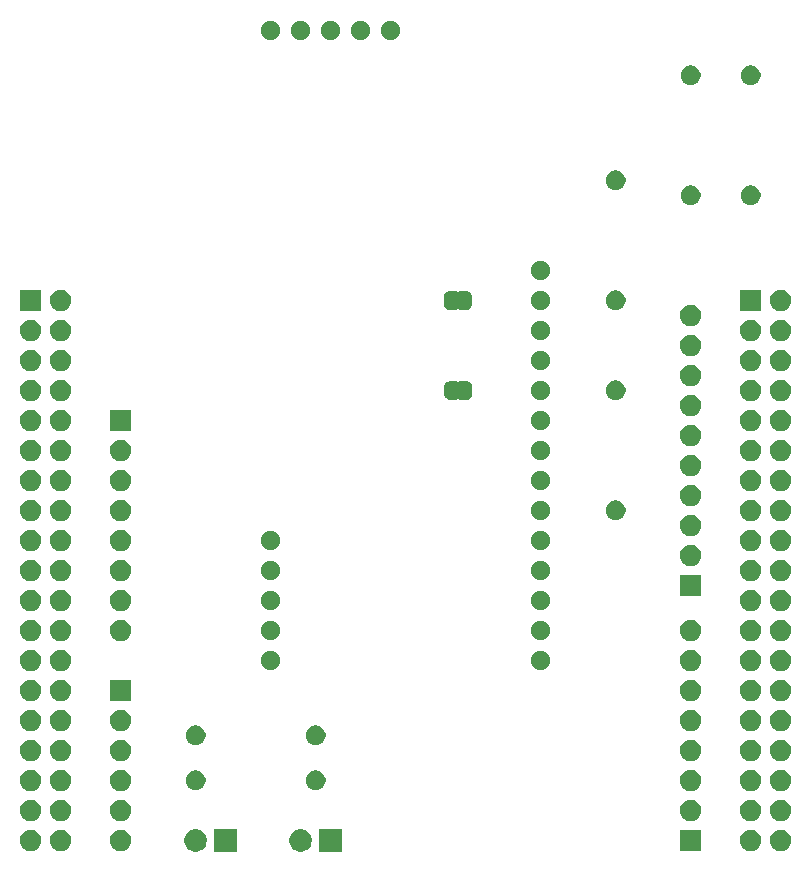
<source format=gbs>
G04 #@! TF.GenerationSoftware,KiCad,Pcbnew,5.1.5-52549c5~84~ubuntu16.04.1*
G04 #@! TF.CreationDate,2020-03-12T09:16:23+09:00*
G04 #@! TF.ProjectId,Akashi-04,416b6173-6869-42d3-9034-2e6b69636164,rev?*
G04 #@! TF.SameCoordinates,Original*
G04 #@! TF.FileFunction,Soldermask,Bot*
G04 #@! TF.FilePolarity,Negative*
%FSLAX46Y46*%
G04 Gerber Fmt 4.6, Leading zero omitted, Abs format (unit mm)*
G04 Created by KiCad (PCBNEW 5.1.5-52549c5~84~ubuntu16.04.1) date 2020-03-12 09:16:23*
%MOMM*%
%LPD*%
G04 APERTURE LIST*
%ADD10C,0.100000*%
G04 APERTURE END LIST*
D10*
G36*
X136841000Y-107631000D02*
G01*
X134939000Y-107631000D01*
X134939000Y-105729000D01*
X136841000Y-105729000D01*
X136841000Y-107631000D01*
G37*
G36*
X142517395Y-105765546D02*
G01*
X142690466Y-105837234D01*
X142690467Y-105837235D01*
X142846227Y-105941310D01*
X142978690Y-106073773D01*
X142978691Y-106073775D01*
X143082766Y-106229534D01*
X143154454Y-106402605D01*
X143191000Y-106586333D01*
X143191000Y-106773667D01*
X143154454Y-106957395D01*
X143082766Y-107130466D01*
X143082765Y-107130467D01*
X142978690Y-107286227D01*
X142846227Y-107418690D01*
X142767818Y-107471081D01*
X142690466Y-107522766D01*
X142517395Y-107594454D01*
X142333667Y-107631000D01*
X142146333Y-107631000D01*
X141962605Y-107594454D01*
X141789534Y-107522766D01*
X141712182Y-107471081D01*
X141633773Y-107418690D01*
X141501310Y-107286227D01*
X141397235Y-107130467D01*
X141397234Y-107130466D01*
X141325546Y-106957395D01*
X141289000Y-106773667D01*
X141289000Y-106586333D01*
X141325546Y-106402605D01*
X141397234Y-106229534D01*
X141501309Y-106073775D01*
X141501310Y-106073773D01*
X141633773Y-105941310D01*
X141789533Y-105837235D01*
X141789534Y-105837234D01*
X141962605Y-105765546D01*
X142146333Y-105729000D01*
X142333667Y-105729000D01*
X142517395Y-105765546D01*
G37*
G36*
X145731000Y-107631000D02*
G01*
X143829000Y-107631000D01*
X143829000Y-105729000D01*
X145731000Y-105729000D01*
X145731000Y-107631000D01*
G37*
G36*
X133627395Y-105765546D02*
G01*
X133800466Y-105837234D01*
X133800467Y-105837235D01*
X133956227Y-105941310D01*
X134088690Y-106073773D01*
X134088691Y-106073775D01*
X134192766Y-106229534D01*
X134264454Y-106402605D01*
X134301000Y-106586333D01*
X134301000Y-106773667D01*
X134264454Y-106957395D01*
X134192766Y-107130466D01*
X134192765Y-107130467D01*
X134088690Y-107286227D01*
X133956227Y-107418690D01*
X133877818Y-107471081D01*
X133800466Y-107522766D01*
X133627395Y-107594454D01*
X133443667Y-107631000D01*
X133256333Y-107631000D01*
X133072605Y-107594454D01*
X132899534Y-107522766D01*
X132822182Y-107471081D01*
X132743773Y-107418690D01*
X132611310Y-107286227D01*
X132507235Y-107130467D01*
X132507234Y-107130466D01*
X132435546Y-106957395D01*
X132399000Y-106773667D01*
X132399000Y-106586333D01*
X132435546Y-106402605D01*
X132507234Y-106229534D01*
X132611309Y-106073775D01*
X132611310Y-106073773D01*
X132743773Y-105941310D01*
X132899533Y-105837235D01*
X132899534Y-105837234D01*
X133072605Y-105765546D01*
X133256333Y-105729000D01*
X133443667Y-105729000D01*
X133627395Y-105765546D01*
G37*
G36*
X119493512Y-105783927D02*
G01*
X119642812Y-105813624D01*
X119806784Y-105881544D01*
X119954354Y-105980147D01*
X120079853Y-106105646D01*
X120178456Y-106253216D01*
X120246376Y-106417188D01*
X120281000Y-106591259D01*
X120281000Y-106768741D01*
X120246376Y-106942812D01*
X120178456Y-107106784D01*
X120079853Y-107254354D01*
X119954354Y-107379853D01*
X119806784Y-107478456D01*
X119642812Y-107546376D01*
X119493512Y-107576073D01*
X119468742Y-107581000D01*
X119291258Y-107581000D01*
X119266488Y-107576073D01*
X119117188Y-107546376D01*
X118953216Y-107478456D01*
X118805646Y-107379853D01*
X118680147Y-107254354D01*
X118581544Y-107106784D01*
X118513624Y-106942812D01*
X118479000Y-106768741D01*
X118479000Y-106591259D01*
X118513624Y-106417188D01*
X118581544Y-106253216D01*
X118680147Y-106105646D01*
X118805646Y-105980147D01*
X118953216Y-105881544D01*
X119117188Y-105813624D01*
X119266488Y-105783927D01*
X119291258Y-105779000D01*
X119468742Y-105779000D01*
X119493512Y-105783927D01*
G37*
G36*
X122033512Y-105783927D02*
G01*
X122182812Y-105813624D01*
X122346784Y-105881544D01*
X122494354Y-105980147D01*
X122619853Y-106105646D01*
X122718456Y-106253216D01*
X122786376Y-106417188D01*
X122821000Y-106591259D01*
X122821000Y-106768741D01*
X122786376Y-106942812D01*
X122718456Y-107106784D01*
X122619853Y-107254354D01*
X122494354Y-107379853D01*
X122346784Y-107478456D01*
X122182812Y-107546376D01*
X122033512Y-107576073D01*
X122008742Y-107581000D01*
X121831258Y-107581000D01*
X121806488Y-107576073D01*
X121657188Y-107546376D01*
X121493216Y-107478456D01*
X121345646Y-107379853D01*
X121220147Y-107254354D01*
X121121544Y-107106784D01*
X121053624Y-106942812D01*
X121019000Y-106768741D01*
X121019000Y-106591259D01*
X121053624Y-106417188D01*
X121121544Y-106253216D01*
X121220147Y-106105646D01*
X121345646Y-105980147D01*
X121493216Y-105881544D01*
X121657188Y-105813624D01*
X121806488Y-105783927D01*
X121831258Y-105779000D01*
X122008742Y-105779000D01*
X122033512Y-105783927D01*
G37*
G36*
X127113512Y-105783927D02*
G01*
X127262812Y-105813624D01*
X127426784Y-105881544D01*
X127574354Y-105980147D01*
X127699853Y-106105646D01*
X127798456Y-106253216D01*
X127866376Y-106417188D01*
X127901000Y-106591259D01*
X127901000Y-106768741D01*
X127866376Y-106942812D01*
X127798456Y-107106784D01*
X127699853Y-107254354D01*
X127574354Y-107379853D01*
X127426784Y-107478456D01*
X127262812Y-107546376D01*
X127113512Y-107576073D01*
X127088742Y-107581000D01*
X126911258Y-107581000D01*
X126886488Y-107576073D01*
X126737188Y-107546376D01*
X126573216Y-107478456D01*
X126425646Y-107379853D01*
X126300147Y-107254354D01*
X126201544Y-107106784D01*
X126133624Y-106942812D01*
X126099000Y-106768741D01*
X126099000Y-106591259D01*
X126133624Y-106417188D01*
X126201544Y-106253216D01*
X126300147Y-106105646D01*
X126425646Y-105980147D01*
X126573216Y-105881544D01*
X126737188Y-105813624D01*
X126886488Y-105783927D01*
X126911258Y-105779000D01*
X127088742Y-105779000D01*
X127113512Y-105783927D01*
G37*
G36*
X176161000Y-107581000D02*
G01*
X174359000Y-107581000D01*
X174359000Y-105779000D01*
X176161000Y-105779000D01*
X176161000Y-107581000D01*
G37*
G36*
X180453512Y-105783927D02*
G01*
X180602812Y-105813624D01*
X180766784Y-105881544D01*
X180914354Y-105980147D01*
X181039853Y-106105646D01*
X181138456Y-106253216D01*
X181206376Y-106417188D01*
X181241000Y-106591259D01*
X181241000Y-106768741D01*
X181206376Y-106942812D01*
X181138456Y-107106784D01*
X181039853Y-107254354D01*
X180914354Y-107379853D01*
X180766784Y-107478456D01*
X180602812Y-107546376D01*
X180453512Y-107576073D01*
X180428742Y-107581000D01*
X180251258Y-107581000D01*
X180226488Y-107576073D01*
X180077188Y-107546376D01*
X179913216Y-107478456D01*
X179765646Y-107379853D01*
X179640147Y-107254354D01*
X179541544Y-107106784D01*
X179473624Y-106942812D01*
X179439000Y-106768741D01*
X179439000Y-106591259D01*
X179473624Y-106417188D01*
X179541544Y-106253216D01*
X179640147Y-106105646D01*
X179765646Y-105980147D01*
X179913216Y-105881544D01*
X180077188Y-105813624D01*
X180226488Y-105783927D01*
X180251258Y-105779000D01*
X180428742Y-105779000D01*
X180453512Y-105783927D01*
G37*
G36*
X182993512Y-105783927D02*
G01*
X183142812Y-105813624D01*
X183306784Y-105881544D01*
X183454354Y-105980147D01*
X183579853Y-106105646D01*
X183678456Y-106253216D01*
X183746376Y-106417188D01*
X183781000Y-106591259D01*
X183781000Y-106768741D01*
X183746376Y-106942812D01*
X183678456Y-107106784D01*
X183579853Y-107254354D01*
X183454354Y-107379853D01*
X183306784Y-107478456D01*
X183142812Y-107546376D01*
X182993512Y-107576073D01*
X182968742Y-107581000D01*
X182791258Y-107581000D01*
X182766488Y-107576073D01*
X182617188Y-107546376D01*
X182453216Y-107478456D01*
X182305646Y-107379853D01*
X182180147Y-107254354D01*
X182081544Y-107106784D01*
X182013624Y-106942812D01*
X181979000Y-106768741D01*
X181979000Y-106591259D01*
X182013624Y-106417188D01*
X182081544Y-106253216D01*
X182180147Y-106105646D01*
X182305646Y-105980147D01*
X182453216Y-105881544D01*
X182617188Y-105813624D01*
X182766488Y-105783927D01*
X182791258Y-105779000D01*
X182968742Y-105779000D01*
X182993512Y-105783927D01*
G37*
G36*
X122033512Y-103243927D02*
G01*
X122182812Y-103273624D01*
X122346784Y-103341544D01*
X122494354Y-103440147D01*
X122619853Y-103565646D01*
X122718456Y-103713216D01*
X122786376Y-103877188D01*
X122821000Y-104051259D01*
X122821000Y-104228741D01*
X122786376Y-104402812D01*
X122718456Y-104566784D01*
X122619853Y-104714354D01*
X122494354Y-104839853D01*
X122346784Y-104938456D01*
X122182812Y-105006376D01*
X122033512Y-105036073D01*
X122008742Y-105041000D01*
X121831258Y-105041000D01*
X121806488Y-105036073D01*
X121657188Y-105006376D01*
X121493216Y-104938456D01*
X121345646Y-104839853D01*
X121220147Y-104714354D01*
X121121544Y-104566784D01*
X121053624Y-104402812D01*
X121019000Y-104228741D01*
X121019000Y-104051259D01*
X121053624Y-103877188D01*
X121121544Y-103713216D01*
X121220147Y-103565646D01*
X121345646Y-103440147D01*
X121493216Y-103341544D01*
X121657188Y-103273624D01*
X121806488Y-103243927D01*
X121831258Y-103239000D01*
X122008742Y-103239000D01*
X122033512Y-103243927D01*
G37*
G36*
X182993512Y-103243927D02*
G01*
X183142812Y-103273624D01*
X183306784Y-103341544D01*
X183454354Y-103440147D01*
X183579853Y-103565646D01*
X183678456Y-103713216D01*
X183746376Y-103877188D01*
X183781000Y-104051259D01*
X183781000Y-104228741D01*
X183746376Y-104402812D01*
X183678456Y-104566784D01*
X183579853Y-104714354D01*
X183454354Y-104839853D01*
X183306784Y-104938456D01*
X183142812Y-105006376D01*
X182993512Y-105036073D01*
X182968742Y-105041000D01*
X182791258Y-105041000D01*
X182766488Y-105036073D01*
X182617188Y-105006376D01*
X182453216Y-104938456D01*
X182305646Y-104839853D01*
X182180147Y-104714354D01*
X182081544Y-104566784D01*
X182013624Y-104402812D01*
X181979000Y-104228741D01*
X181979000Y-104051259D01*
X182013624Y-103877188D01*
X182081544Y-103713216D01*
X182180147Y-103565646D01*
X182305646Y-103440147D01*
X182453216Y-103341544D01*
X182617188Y-103273624D01*
X182766488Y-103243927D01*
X182791258Y-103239000D01*
X182968742Y-103239000D01*
X182993512Y-103243927D01*
G37*
G36*
X180453512Y-103243927D02*
G01*
X180602812Y-103273624D01*
X180766784Y-103341544D01*
X180914354Y-103440147D01*
X181039853Y-103565646D01*
X181138456Y-103713216D01*
X181206376Y-103877188D01*
X181241000Y-104051259D01*
X181241000Y-104228741D01*
X181206376Y-104402812D01*
X181138456Y-104566784D01*
X181039853Y-104714354D01*
X180914354Y-104839853D01*
X180766784Y-104938456D01*
X180602812Y-105006376D01*
X180453512Y-105036073D01*
X180428742Y-105041000D01*
X180251258Y-105041000D01*
X180226488Y-105036073D01*
X180077188Y-105006376D01*
X179913216Y-104938456D01*
X179765646Y-104839853D01*
X179640147Y-104714354D01*
X179541544Y-104566784D01*
X179473624Y-104402812D01*
X179439000Y-104228741D01*
X179439000Y-104051259D01*
X179473624Y-103877188D01*
X179541544Y-103713216D01*
X179640147Y-103565646D01*
X179765646Y-103440147D01*
X179913216Y-103341544D01*
X180077188Y-103273624D01*
X180226488Y-103243927D01*
X180251258Y-103239000D01*
X180428742Y-103239000D01*
X180453512Y-103243927D01*
G37*
G36*
X175373512Y-103243927D02*
G01*
X175522812Y-103273624D01*
X175686784Y-103341544D01*
X175834354Y-103440147D01*
X175959853Y-103565646D01*
X176058456Y-103713216D01*
X176126376Y-103877188D01*
X176161000Y-104051259D01*
X176161000Y-104228741D01*
X176126376Y-104402812D01*
X176058456Y-104566784D01*
X175959853Y-104714354D01*
X175834354Y-104839853D01*
X175686784Y-104938456D01*
X175522812Y-105006376D01*
X175373512Y-105036073D01*
X175348742Y-105041000D01*
X175171258Y-105041000D01*
X175146488Y-105036073D01*
X174997188Y-105006376D01*
X174833216Y-104938456D01*
X174685646Y-104839853D01*
X174560147Y-104714354D01*
X174461544Y-104566784D01*
X174393624Y-104402812D01*
X174359000Y-104228741D01*
X174359000Y-104051259D01*
X174393624Y-103877188D01*
X174461544Y-103713216D01*
X174560147Y-103565646D01*
X174685646Y-103440147D01*
X174833216Y-103341544D01*
X174997188Y-103273624D01*
X175146488Y-103243927D01*
X175171258Y-103239000D01*
X175348742Y-103239000D01*
X175373512Y-103243927D01*
G37*
G36*
X127113512Y-103243927D02*
G01*
X127262812Y-103273624D01*
X127426784Y-103341544D01*
X127574354Y-103440147D01*
X127699853Y-103565646D01*
X127798456Y-103713216D01*
X127866376Y-103877188D01*
X127901000Y-104051259D01*
X127901000Y-104228741D01*
X127866376Y-104402812D01*
X127798456Y-104566784D01*
X127699853Y-104714354D01*
X127574354Y-104839853D01*
X127426784Y-104938456D01*
X127262812Y-105006376D01*
X127113512Y-105036073D01*
X127088742Y-105041000D01*
X126911258Y-105041000D01*
X126886488Y-105036073D01*
X126737188Y-105006376D01*
X126573216Y-104938456D01*
X126425646Y-104839853D01*
X126300147Y-104714354D01*
X126201544Y-104566784D01*
X126133624Y-104402812D01*
X126099000Y-104228741D01*
X126099000Y-104051259D01*
X126133624Y-103877188D01*
X126201544Y-103713216D01*
X126300147Y-103565646D01*
X126425646Y-103440147D01*
X126573216Y-103341544D01*
X126737188Y-103273624D01*
X126886488Y-103243927D01*
X126911258Y-103239000D01*
X127088742Y-103239000D01*
X127113512Y-103243927D01*
G37*
G36*
X119493512Y-103243927D02*
G01*
X119642812Y-103273624D01*
X119806784Y-103341544D01*
X119954354Y-103440147D01*
X120079853Y-103565646D01*
X120178456Y-103713216D01*
X120246376Y-103877188D01*
X120281000Y-104051259D01*
X120281000Y-104228741D01*
X120246376Y-104402812D01*
X120178456Y-104566784D01*
X120079853Y-104714354D01*
X119954354Y-104839853D01*
X119806784Y-104938456D01*
X119642812Y-105006376D01*
X119493512Y-105036073D01*
X119468742Y-105041000D01*
X119291258Y-105041000D01*
X119266488Y-105036073D01*
X119117188Y-105006376D01*
X118953216Y-104938456D01*
X118805646Y-104839853D01*
X118680147Y-104714354D01*
X118581544Y-104566784D01*
X118513624Y-104402812D01*
X118479000Y-104228741D01*
X118479000Y-104051259D01*
X118513624Y-103877188D01*
X118581544Y-103713216D01*
X118680147Y-103565646D01*
X118805646Y-103440147D01*
X118953216Y-103341544D01*
X119117188Y-103273624D01*
X119266488Y-103243927D01*
X119291258Y-103239000D01*
X119468742Y-103239000D01*
X119493512Y-103243927D01*
G37*
G36*
X127113512Y-100703927D02*
G01*
X127262812Y-100733624D01*
X127426784Y-100801544D01*
X127574354Y-100900147D01*
X127699853Y-101025646D01*
X127798456Y-101173216D01*
X127866376Y-101337188D01*
X127901000Y-101511259D01*
X127901000Y-101688741D01*
X127866376Y-101862812D01*
X127798456Y-102026784D01*
X127699853Y-102174354D01*
X127574354Y-102299853D01*
X127426784Y-102398456D01*
X127262812Y-102466376D01*
X127113512Y-102496073D01*
X127088742Y-102501000D01*
X126911258Y-102501000D01*
X126886488Y-102496073D01*
X126737188Y-102466376D01*
X126573216Y-102398456D01*
X126425646Y-102299853D01*
X126300147Y-102174354D01*
X126201544Y-102026784D01*
X126133624Y-101862812D01*
X126099000Y-101688741D01*
X126099000Y-101511259D01*
X126133624Y-101337188D01*
X126201544Y-101173216D01*
X126300147Y-101025646D01*
X126425646Y-100900147D01*
X126573216Y-100801544D01*
X126737188Y-100733624D01*
X126886488Y-100703927D01*
X126911258Y-100699000D01*
X127088742Y-100699000D01*
X127113512Y-100703927D01*
G37*
G36*
X180453512Y-100703927D02*
G01*
X180602812Y-100733624D01*
X180766784Y-100801544D01*
X180914354Y-100900147D01*
X181039853Y-101025646D01*
X181138456Y-101173216D01*
X181206376Y-101337188D01*
X181241000Y-101511259D01*
X181241000Y-101688741D01*
X181206376Y-101862812D01*
X181138456Y-102026784D01*
X181039853Y-102174354D01*
X180914354Y-102299853D01*
X180766784Y-102398456D01*
X180602812Y-102466376D01*
X180453512Y-102496073D01*
X180428742Y-102501000D01*
X180251258Y-102501000D01*
X180226488Y-102496073D01*
X180077188Y-102466376D01*
X179913216Y-102398456D01*
X179765646Y-102299853D01*
X179640147Y-102174354D01*
X179541544Y-102026784D01*
X179473624Y-101862812D01*
X179439000Y-101688741D01*
X179439000Y-101511259D01*
X179473624Y-101337188D01*
X179541544Y-101173216D01*
X179640147Y-101025646D01*
X179765646Y-100900147D01*
X179913216Y-100801544D01*
X180077188Y-100733624D01*
X180226488Y-100703927D01*
X180251258Y-100699000D01*
X180428742Y-100699000D01*
X180453512Y-100703927D01*
G37*
G36*
X182993512Y-100703927D02*
G01*
X183142812Y-100733624D01*
X183306784Y-100801544D01*
X183454354Y-100900147D01*
X183579853Y-101025646D01*
X183678456Y-101173216D01*
X183746376Y-101337188D01*
X183781000Y-101511259D01*
X183781000Y-101688741D01*
X183746376Y-101862812D01*
X183678456Y-102026784D01*
X183579853Y-102174354D01*
X183454354Y-102299853D01*
X183306784Y-102398456D01*
X183142812Y-102466376D01*
X182993512Y-102496073D01*
X182968742Y-102501000D01*
X182791258Y-102501000D01*
X182766488Y-102496073D01*
X182617188Y-102466376D01*
X182453216Y-102398456D01*
X182305646Y-102299853D01*
X182180147Y-102174354D01*
X182081544Y-102026784D01*
X182013624Y-101862812D01*
X181979000Y-101688741D01*
X181979000Y-101511259D01*
X182013624Y-101337188D01*
X182081544Y-101173216D01*
X182180147Y-101025646D01*
X182305646Y-100900147D01*
X182453216Y-100801544D01*
X182617188Y-100733624D01*
X182766488Y-100703927D01*
X182791258Y-100699000D01*
X182968742Y-100699000D01*
X182993512Y-100703927D01*
G37*
G36*
X119493512Y-100703927D02*
G01*
X119642812Y-100733624D01*
X119806784Y-100801544D01*
X119954354Y-100900147D01*
X120079853Y-101025646D01*
X120178456Y-101173216D01*
X120246376Y-101337188D01*
X120281000Y-101511259D01*
X120281000Y-101688741D01*
X120246376Y-101862812D01*
X120178456Y-102026784D01*
X120079853Y-102174354D01*
X119954354Y-102299853D01*
X119806784Y-102398456D01*
X119642812Y-102466376D01*
X119493512Y-102496073D01*
X119468742Y-102501000D01*
X119291258Y-102501000D01*
X119266488Y-102496073D01*
X119117188Y-102466376D01*
X118953216Y-102398456D01*
X118805646Y-102299853D01*
X118680147Y-102174354D01*
X118581544Y-102026784D01*
X118513624Y-101862812D01*
X118479000Y-101688741D01*
X118479000Y-101511259D01*
X118513624Y-101337188D01*
X118581544Y-101173216D01*
X118680147Y-101025646D01*
X118805646Y-100900147D01*
X118953216Y-100801544D01*
X119117188Y-100733624D01*
X119266488Y-100703927D01*
X119291258Y-100699000D01*
X119468742Y-100699000D01*
X119493512Y-100703927D01*
G37*
G36*
X122033512Y-100703927D02*
G01*
X122182812Y-100733624D01*
X122346784Y-100801544D01*
X122494354Y-100900147D01*
X122619853Y-101025646D01*
X122718456Y-101173216D01*
X122786376Y-101337188D01*
X122821000Y-101511259D01*
X122821000Y-101688741D01*
X122786376Y-101862812D01*
X122718456Y-102026784D01*
X122619853Y-102174354D01*
X122494354Y-102299853D01*
X122346784Y-102398456D01*
X122182812Y-102466376D01*
X122033512Y-102496073D01*
X122008742Y-102501000D01*
X121831258Y-102501000D01*
X121806488Y-102496073D01*
X121657188Y-102466376D01*
X121493216Y-102398456D01*
X121345646Y-102299853D01*
X121220147Y-102174354D01*
X121121544Y-102026784D01*
X121053624Y-101862812D01*
X121019000Y-101688741D01*
X121019000Y-101511259D01*
X121053624Y-101337188D01*
X121121544Y-101173216D01*
X121220147Y-101025646D01*
X121345646Y-100900147D01*
X121493216Y-100801544D01*
X121657188Y-100733624D01*
X121806488Y-100703927D01*
X121831258Y-100699000D01*
X122008742Y-100699000D01*
X122033512Y-100703927D01*
G37*
G36*
X175373512Y-100703927D02*
G01*
X175522812Y-100733624D01*
X175686784Y-100801544D01*
X175834354Y-100900147D01*
X175959853Y-101025646D01*
X176058456Y-101173216D01*
X176126376Y-101337188D01*
X176161000Y-101511259D01*
X176161000Y-101688741D01*
X176126376Y-101862812D01*
X176058456Y-102026784D01*
X175959853Y-102174354D01*
X175834354Y-102299853D01*
X175686784Y-102398456D01*
X175522812Y-102466376D01*
X175373512Y-102496073D01*
X175348742Y-102501000D01*
X175171258Y-102501000D01*
X175146488Y-102496073D01*
X174997188Y-102466376D01*
X174833216Y-102398456D01*
X174685646Y-102299853D01*
X174560147Y-102174354D01*
X174461544Y-102026784D01*
X174393624Y-101862812D01*
X174359000Y-101688741D01*
X174359000Y-101511259D01*
X174393624Y-101337188D01*
X174461544Y-101173216D01*
X174560147Y-101025646D01*
X174685646Y-100900147D01*
X174833216Y-100801544D01*
X174997188Y-100733624D01*
X175146488Y-100703927D01*
X175171258Y-100699000D01*
X175348742Y-100699000D01*
X175373512Y-100703927D01*
G37*
G36*
X143758228Y-100781703D02*
G01*
X143913100Y-100845853D01*
X144052481Y-100938985D01*
X144171015Y-101057519D01*
X144264147Y-101196900D01*
X144328297Y-101351772D01*
X144361000Y-101516184D01*
X144361000Y-101683816D01*
X144328297Y-101848228D01*
X144264147Y-102003100D01*
X144171015Y-102142481D01*
X144052481Y-102261015D01*
X143913100Y-102354147D01*
X143758228Y-102418297D01*
X143593816Y-102451000D01*
X143426184Y-102451000D01*
X143261772Y-102418297D01*
X143106900Y-102354147D01*
X142967519Y-102261015D01*
X142848985Y-102142481D01*
X142755853Y-102003100D01*
X142691703Y-101848228D01*
X142659000Y-101683816D01*
X142659000Y-101516184D01*
X142691703Y-101351772D01*
X142755853Y-101196900D01*
X142848985Y-101057519D01*
X142967519Y-100938985D01*
X143106900Y-100845853D01*
X143261772Y-100781703D01*
X143426184Y-100749000D01*
X143593816Y-100749000D01*
X143758228Y-100781703D01*
G37*
G36*
X133598228Y-100781703D02*
G01*
X133753100Y-100845853D01*
X133892481Y-100938985D01*
X134011015Y-101057519D01*
X134104147Y-101196900D01*
X134168297Y-101351772D01*
X134201000Y-101516184D01*
X134201000Y-101683816D01*
X134168297Y-101848228D01*
X134104147Y-102003100D01*
X134011015Y-102142481D01*
X133892481Y-102261015D01*
X133753100Y-102354147D01*
X133598228Y-102418297D01*
X133433816Y-102451000D01*
X133266184Y-102451000D01*
X133101772Y-102418297D01*
X132946900Y-102354147D01*
X132807519Y-102261015D01*
X132688985Y-102142481D01*
X132595853Y-102003100D01*
X132531703Y-101848228D01*
X132499000Y-101683816D01*
X132499000Y-101516184D01*
X132531703Y-101351772D01*
X132595853Y-101196900D01*
X132688985Y-101057519D01*
X132807519Y-100938985D01*
X132946900Y-100845853D01*
X133101772Y-100781703D01*
X133266184Y-100749000D01*
X133433816Y-100749000D01*
X133598228Y-100781703D01*
G37*
G36*
X182993512Y-98163927D02*
G01*
X183142812Y-98193624D01*
X183306784Y-98261544D01*
X183454354Y-98360147D01*
X183579853Y-98485646D01*
X183678456Y-98633216D01*
X183746376Y-98797188D01*
X183781000Y-98971259D01*
X183781000Y-99148741D01*
X183746376Y-99322812D01*
X183678456Y-99486784D01*
X183579853Y-99634354D01*
X183454354Y-99759853D01*
X183306784Y-99858456D01*
X183142812Y-99926376D01*
X182993512Y-99956073D01*
X182968742Y-99961000D01*
X182791258Y-99961000D01*
X182766488Y-99956073D01*
X182617188Y-99926376D01*
X182453216Y-99858456D01*
X182305646Y-99759853D01*
X182180147Y-99634354D01*
X182081544Y-99486784D01*
X182013624Y-99322812D01*
X181979000Y-99148741D01*
X181979000Y-98971259D01*
X182013624Y-98797188D01*
X182081544Y-98633216D01*
X182180147Y-98485646D01*
X182305646Y-98360147D01*
X182453216Y-98261544D01*
X182617188Y-98193624D01*
X182766488Y-98163927D01*
X182791258Y-98159000D01*
X182968742Y-98159000D01*
X182993512Y-98163927D01*
G37*
G36*
X180453512Y-98163927D02*
G01*
X180602812Y-98193624D01*
X180766784Y-98261544D01*
X180914354Y-98360147D01*
X181039853Y-98485646D01*
X181138456Y-98633216D01*
X181206376Y-98797188D01*
X181241000Y-98971259D01*
X181241000Y-99148741D01*
X181206376Y-99322812D01*
X181138456Y-99486784D01*
X181039853Y-99634354D01*
X180914354Y-99759853D01*
X180766784Y-99858456D01*
X180602812Y-99926376D01*
X180453512Y-99956073D01*
X180428742Y-99961000D01*
X180251258Y-99961000D01*
X180226488Y-99956073D01*
X180077188Y-99926376D01*
X179913216Y-99858456D01*
X179765646Y-99759853D01*
X179640147Y-99634354D01*
X179541544Y-99486784D01*
X179473624Y-99322812D01*
X179439000Y-99148741D01*
X179439000Y-98971259D01*
X179473624Y-98797188D01*
X179541544Y-98633216D01*
X179640147Y-98485646D01*
X179765646Y-98360147D01*
X179913216Y-98261544D01*
X180077188Y-98193624D01*
X180226488Y-98163927D01*
X180251258Y-98159000D01*
X180428742Y-98159000D01*
X180453512Y-98163927D01*
G37*
G36*
X127113512Y-98163927D02*
G01*
X127262812Y-98193624D01*
X127426784Y-98261544D01*
X127574354Y-98360147D01*
X127699853Y-98485646D01*
X127798456Y-98633216D01*
X127866376Y-98797188D01*
X127901000Y-98971259D01*
X127901000Y-99148741D01*
X127866376Y-99322812D01*
X127798456Y-99486784D01*
X127699853Y-99634354D01*
X127574354Y-99759853D01*
X127426784Y-99858456D01*
X127262812Y-99926376D01*
X127113512Y-99956073D01*
X127088742Y-99961000D01*
X126911258Y-99961000D01*
X126886488Y-99956073D01*
X126737188Y-99926376D01*
X126573216Y-99858456D01*
X126425646Y-99759853D01*
X126300147Y-99634354D01*
X126201544Y-99486784D01*
X126133624Y-99322812D01*
X126099000Y-99148741D01*
X126099000Y-98971259D01*
X126133624Y-98797188D01*
X126201544Y-98633216D01*
X126300147Y-98485646D01*
X126425646Y-98360147D01*
X126573216Y-98261544D01*
X126737188Y-98193624D01*
X126886488Y-98163927D01*
X126911258Y-98159000D01*
X127088742Y-98159000D01*
X127113512Y-98163927D01*
G37*
G36*
X122033512Y-98163927D02*
G01*
X122182812Y-98193624D01*
X122346784Y-98261544D01*
X122494354Y-98360147D01*
X122619853Y-98485646D01*
X122718456Y-98633216D01*
X122786376Y-98797188D01*
X122821000Y-98971259D01*
X122821000Y-99148741D01*
X122786376Y-99322812D01*
X122718456Y-99486784D01*
X122619853Y-99634354D01*
X122494354Y-99759853D01*
X122346784Y-99858456D01*
X122182812Y-99926376D01*
X122033512Y-99956073D01*
X122008742Y-99961000D01*
X121831258Y-99961000D01*
X121806488Y-99956073D01*
X121657188Y-99926376D01*
X121493216Y-99858456D01*
X121345646Y-99759853D01*
X121220147Y-99634354D01*
X121121544Y-99486784D01*
X121053624Y-99322812D01*
X121019000Y-99148741D01*
X121019000Y-98971259D01*
X121053624Y-98797188D01*
X121121544Y-98633216D01*
X121220147Y-98485646D01*
X121345646Y-98360147D01*
X121493216Y-98261544D01*
X121657188Y-98193624D01*
X121806488Y-98163927D01*
X121831258Y-98159000D01*
X122008742Y-98159000D01*
X122033512Y-98163927D01*
G37*
G36*
X119493512Y-98163927D02*
G01*
X119642812Y-98193624D01*
X119806784Y-98261544D01*
X119954354Y-98360147D01*
X120079853Y-98485646D01*
X120178456Y-98633216D01*
X120246376Y-98797188D01*
X120281000Y-98971259D01*
X120281000Y-99148741D01*
X120246376Y-99322812D01*
X120178456Y-99486784D01*
X120079853Y-99634354D01*
X119954354Y-99759853D01*
X119806784Y-99858456D01*
X119642812Y-99926376D01*
X119493512Y-99956073D01*
X119468742Y-99961000D01*
X119291258Y-99961000D01*
X119266488Y-99956073D01*
X119117188Y-99926376D01*
X118953216Y-99858456D01*
X118805646Y-99759853D01*
X118680147Y-99634354D01*
X118581544Y-99486784D01*
X118513624Y-99322812D01*
X118479000Y-99148741D01*
X118479000Y-98971259D01*
X118513624Y-98797188D01*
X118581544Y-98633216D01*
X118680147Y-98485646D01*
X118805646Y-98360147D01*
X118953216Y-98261544D01*
X119117188Y-98193624D01*
X119266488Y-98163927D01*
X119291258Y-98159000D01*
X119468742Y-98159000D01*
X119493512Y-98163927D01*
G37*
G36*
X175373512Y-98163927D02*
G01*
X175522812Y-98193624D01*
X175686784Y-98261544D01*
X175834354Y-98360147D01*
X175959853Y-98485646D01*
X176058456Y-98633216D01*
X176126376Y-98797188D01*
X176161000Y-98971259D01*
X176161000Y-99148741D01*
X176126376Y-99322812D01*
X176058456Y-99486784D01*
X175959853Y-99634354D01*
X175834354Y-99759853D01*
X175686784Y-99858456D01*
X175522812Y-99926376D01*
X175373512Y-99956073D01*
X175348742Y-99961000D01*
X175171258Y-99961000D01*
X175146488Y-99956073D01*
X174997188Y-99926376D01*
X174833216Y-99858456D01*
X174685646Y-99759853D01*
X174560147Y-99634354D01*
X174461544Y-99486784D01*
X174393624Y-99322812D01*
X174359000Y-99148741D01*
X174359000Y-98971259D01*
X174393624Y-98797188D01*
X174461544Y-98633216D01*
X174560147Y-98485646D01*
X174685646Y-98360147D01*
X174833216Y-98261544D01*
X174997188Y-98193624D01*
X175146488Y-98163927D01*
X175171258Y-98159000D01*
X175348742Y-98159000D01*
X175373512Y-98163927D01*
G37*
G36*
X143758228Y-96971703D02*
G01*
X143913100Y-97035853D01*
X144052481Y-97128985D01*
X144171015Y-97247519D01*
X144264147Y-97386900D01*
X144328297Y-97541772D01*
X144361000Y-97706184D01*
X144361000Y-97873816D01*
X144328297Y-98038228D01*
X144264147Y-98193100D01*
X144171015Y-98332481D01*
X144052481Y-98451015D01*
X143913100Y-98544147D01*
X143758228Y-98608297D01*
X143593816Y-98641000D01*
X143426184Y-98641000D01*
X143261772Y-98608297D01*
X143106900Y-98544147D01*
X142967519Y-98451015D01*
X142848985Y-98332481D01*
X142755853Y-98193100D01*
X142691703Y-98038228D01*
X142659000Y-97873816D01*
X142659000Y-97706184D01*
X142691703Y-97541772D01*
X142755853Y-97386900D01*
X142848985Y-97247519D01*
X142967519Y-97128985D01*
X143106900Y-97035853D01*
X143261772Y-96971703D01*
X143426184Y-96939000D01*
X143593816Y-96939000D01*
X143758228Y-96971703D01*
G37*
G36*
X133598228Y-96971703D02*
G01*
X133753100Y-97035853D01*
X133892481Y-97128985D01*
X134011015Y-97247519D01*
X134104147Y-97386900D01*
X134168297Y-97541772D01*
X134201000Y-97706184D01*
X134201000Y-97873816D01*
X134168297Y-98038228D01*
X134104147Y-98193100D01*
X134011015Y-98332481D01*
X133892481Y-98451015D01*
X133753100Y-98544147D01*
X133598228Y-98608297D01*
X133433816Y-98641000D01*
X133266184Y-98641000D01*
X133101772Y-98608297D01*
X132946900Y-98544147D01*
X132807519Y-98451015D01*
X132688985Y-98332481D01*
X132595853Y-98193100D01*
X132531703Y-98038228D01*
X132499000Y-97873816D01*
X132499000Y-97706184D01*
X132531703Y-97541772D01*
X132595853Y-97386900D01*
X132688985Y-97247519D01*
X132807519Y-97128985D01*
X132946900Y-97035853D01*
X133101772Y-96971703D01*
X133266184Y-96939000D01*
X133433816Y-96939000D01*
X133598228Y-96971703D01*
G37*
G36*
X122033512Y-95623927D02*
G01*
X122182812Y-95653624D01*
X122346784Y-95721544D01*
X122494354Y-95820147D01*
X122619853Y-95945646D01*
X122718456Y-96093216D01*
X122786376Y-96257188D01*
X122821000Y-96431259D01*
X122821000Y-96608741D01*
X122786376Y-96782812D01*
X122718456Y-96946784D01*
X122619853Y-97094354D01*
X122494354Y-97219853D01*
X122346784Y-97318456D01*
X122182812Y-97386376D01*
X122033512Y-97416073D01*
X122008742Y-97421000D01*
X121831258Y-97421000D01*
X121806488Y-97416073D01*
X121657188Y-97386376D01*
X121493216Y-97318456D01*
X121345646Y-97219853D01*
X121220147Y-97094354D01*
X121121544Y-96946784D01*
X121053624Y-96782812D01*
X121019000Y-96608741D01*
X121019000Y-96431259D01*
X121053624Y-96257188D01*
X121121544Y-96093216D01*
X121220147Y-95945646D01*
X121345646Y-95820147D01*
X121493216Y-95721544D01*
X121657188Y-95653624D01*
X121806488Y-95623927D01*
X121831258Y-95619000D01*
X122008742Y-95619000D01*
X122033512Y-95623927D01*
G37*
G36*
X119493512Y-95623927D02*
G01*
X119642812Y-95653624D01*
X119806784Y-95721544D01*
X119954354Y-95820147D01*
X120079853Y-95945646D01*
X120178456Y-96093216D01*
X120246376Y-96257188D01*
X120281000Y-96431259D01*
X120281000Y-96608741D01*
X120246376Y-96782812D01*
X120178456Y-96946784D01*
X120079853Y-97094354D01*
X119954354Y-97219853D01*
X119806784Y-97318456D01*
X119642812Y-97386376D01*
X119493512Y-97416073D01*
X119468742Y-97421000D01*
X119291258Y-97421000D01*
X119266488Y-97416073D01*
X119117188Y-97386376D01*
X118953216Y-97318456D01*
X118805646Y-97219853D01*
X118680147Y-97094354D01*
X118581544Y-96946784D01*
X118513624Y-96782812D01*
X118479000Y-96608741D01*
X118479000Y-96431259D01*
X118513624Y-96257188D01*
X118581544Y-96093216D01*
X118680147Y-95945646D01*
X118805646Y-95820147D01*
X118953216Y-95721544D01*
X119117188Y-95653624D01*
X119266488Y-95623927D01*
X119291258Y-95619000D01*
X119468742Y-95619000D01*
X119493512Y-95623927D01*
G37*
G36*
X127113512Y-95623927D02*
G01*
X127262812Y-95653624D01*
X127426784Y-95721544D01*
X127574354Y-95820147D01*
X127699853Y-95945646D01*
X127798456Y-96093216D01*
X127866376Y-96257188D01*
X127901000Y-96431259D01*
X127901000Y-96608741D01*
X127866376Y-96782812D01*
X127798456Y-96946784D01*
X127699853Y-97094354D01*
X127574354Y-97219853D01*
X127426784Y-97318456D01*
X127262812Y-97386376D01*
X127113512Y-97416073D01*
X127088742Y-97421000D01*
X126911258Y-97421000D01*
X126886488Y-97416073D01*
X126737188Y-97386376D01*
X126573216Y-97318456D01*
X126425646Y-97219853D01*
X126300147Y-97094354D01*
X126201544Y-96946784D01*
X126133624Y-96782812D01*
X126099000Y-96608741D01*
X126099000Y-96431259D01*
X126133624Y-96257188D01*
X126201544Y-96093216D01*
X126300147Y-95945646D01*
X126425646Y-95820147D01*
X126573216Y-95721544D01*
X126737188Y-95653624D01*
X126886488Y-95623927D01*
X126911258Y-95619000D01*
X127088742Y-95619000D01*
X127113512Y-95623927D01*
G37*
G36*
X175373512Y-95623927D02*
G01*
X175522812Y-95653624D01*
X175686784Y-95721544D01*
X175834354Y-95820147D01*
X175959853Y-95945646D01*
X176058456Y-96093216D01*
X176126376Y-96257188D01*
X176161000Y-96431259D01*
X176161000Y-96608741D01*
X176126376Y-96782812D01*
X176058456Y-96946784D01*
X175959853Y-97094354D01*
X175834354Y-97219853D01*
X175686784Y-97318456D01*
X175522812Y-97386376D01*
X175373512Y-97416073D01*
X175348742Y-97421000D01*
X175171258Y-97421000D01*
X175146488Y-97416073D01*
X174997188Y-97386376D01*
X174833216Y-97318456D01*
X174685646Y-97219853D01*
X174560147Y-97094354D01*
X174461544Y-96946784D01*
X174393624Y-96782812D01*
X174359000Y-96608741D01*
X174359000Y-96431259D01*
X174393624Y-96257188D01*
X174461544Y-96093216D01*
X174560147Y-95945646D01*
X174685646Y-95820147D01*
X174833216Y-95721544D01*
X174997188Y-95653624D01*
X175146488Y-95623927D01*
X175171258Y-95619000D01*
X175348742Y-95619000D01*
X175373512Y-95623927D01*
G37*
G36*
X180453512Y-95623927D02*
G01*
X180602812Y-95653624D01*
X180766784Y-95721544D01*
X180914354Y-95820147D01*
X181039853Y-95945646D01*
X181138456Y-96093216D01*
X181206376Y-96257188D01*
X181241000Y-96431259D01*
X181241000Y-96608741D01*
X181206376Y-96782812D01*
X181138456Y-96946784D01*
X181039853Y-97094354D01*
X180914354Y-97219853D01*
X180766784Y-97318456D01*
X180602812Y-97386376D01*
X180453512Y-97416073D01*
X180428742Y-97421000D01*
X180251258Y-97421000D01*
X180226488Y-97416073D01*
X180077188Y-97386376D01*
X179913216Y-97318456D01*
X179765646Y-97219853D01*
X179640147Y-97094354D01*
X179541544Y-96946784D01*
X179473624Y-96782812D01*
X179439000Y-96608741D01*
X179439000Y-96431259D01*
X179473624Y-96257188D01*
X179541544Y-96093216D01*
X179640147Y-95945646D01*
X179765646Y-95820147D01*
X179913216Y-95721544D01*
X180077188Y-95653624D01*
X180226488Y-95623927D01*
X180251258Y-95619000D01*
X180428742Y-95619000D01*
X180453512Y-95623927D01*
G37*
G36*
X182993512Y-95623927D02*
G01*
X183142812Y-95653624D01*
X183306784Y-95721544D01*
X183454354Y-95820147D01*
X183579853Y-95945646D01*
X183678456Y-96093216D01*
X183746376Y-96257188D01*
X183781000Y-96431259D01*
X183781000Y-96608741D01*
X183746376Y-96782812D01*
X183678456Y-96946784D01*
X183579853Y-97094354D01*
X183454354Y-97219853D01*
X183306784Y-97318456D01*
X183142812Y-97386376D01*
X182993512Y-97416073D01*
X182968742Y-97421000D01*
X182791258Y-97421000D01*
X182766488Y-97416073D01*
X182617188Y-97386376D01*
X182453216Y-97318456D01*
X182305646Y-97219853D01*
X182180147Y-97094354D01*
X182081544Y-96946784D01*
X182013624Y-96782812D01*
X181979000Y-96608741D01*
X181979000Y-96431259D01*
X182013624Y-96257188D01*
X182081544Y-96093216D01*
X182180147Y-95945646D01*
X182305646Y-95820147D01*
X182453216Y-95721544D01*
X182617188Y-95653624D01*
X182766488Y-95623927D01*
X182791258Y-95619000D01*
X182968742Y-95619000D01*
X182993512Y-95623927D01*
G37*
G36*
X122033512Y-93083927D02*
G01*
X122182812Y-93113624D01*
X122346784Y-93181544D01*
X122494354Y-93280147D01*
X122619853Y-93405646D01*
X122718456Y-93553216D01*
X122786376Y-93717188D01*
X122821000Y-93891259D01*
X122821000Y-94068741D01*
X122786376Y-94242812D01*
X122718456Y-94406784D01*
X122619853Y-94554354D01*
X122494354Y-94679853D01*
X122346784Y-94778456D01*
X122182812Y-94846376D01*
X122033512Y-94876073D01*
X122008742Y-94881000D01*
X121831258Y-94881000D01*
X121806488Y-94876073D01*
X121657188Y-94846376D01*
X121493216Y-94778456D01*
X121345646Y-94679853D01*
X121220147Y-94554354D01*
X121121544Y-94406784D01*
X121053624Y-94242812D01*
X121019000Y-94068741D01*
X121019000Y-93891259D01*
X121053624Y-93717188D01*
X121121544Y-93553216D01*
X121220147Y-93405646D01*
X121345646Y-93280147D01*
X121493216Y-93181544D01*
X121657188Y-93113624D01*
X121806488Y-93083927D01*
X121831258Y-93079000D01*
X122008742Y-93079000D01*
X122033512Y-93083927D01*
G37*
G36*
X119493512Y-93083927D02*
G01*
X119642812Y-93113624D01*
X119806784Y-93181544D01*
X119954354Y-93280147D01*
X120079853Y-93405646D01*
X120178456Y-93553216D01*
X120246376Y-93717188D01*
X120281000Y-93891259D01*
X120281000Y-94068741D01*
X120246376Y-94242812D01*
X120178456Y-94406784D01*
X120079853Y-94554354D01*
X119954354Y-94679853D01*
X119806784Y-94778456D01*
X119642812Y-94846376D01*
X119493512Y-94876073D01*
X119468742Y-94881000D01*
X119291258Y-94881000D01*
X119266488Y-94876073D01*
X119117188Y-94846376D01*
X118953216Y-94778456D01*
X118805646Y-94679853D01*
X118680147Y-94554354D01*
X118581544Y-94406784D01*
X118513624Y-94242812D01*
X118479000Y-94068741D01*
X118479000Y-93891259D01*
X118513624Y-93717188D01*
X118581544Y-93553216D01*
X118680147Y-93405646D01*
X118805646Y-93280147D01*
X118953216Y-93181544D01*
X119117188Y-93113624D01*
X119266488Y-93083927D01*
X119291258Y-93079000D01*
X119468742Y-93079000D01*
X119493512Y-93083927D01*
G37*
G36*
X180453512Y-93083927D02*
G01*
X180602812Y-93113624D01*
X180766784Y-93181544D01*
X180914354Y-93280147D01*
X181039853Y-93405646D01*
X181138456Y-93553216D01*
X181206376Y-93717188D01*
X181241000Y-93891259D01*
X181241000Y-94068741D01*
X181206376Y-94242812D01*
X181138456Y-94406784D01*
X181039853Y-94554354D01*
X180914354Y-94679853D01*
X180766784Y-94778456D01*
X180602812Y-94846376D01*
X180453512Y-94876073D01*
X180428742Y-94881000D01*
X180251258Y-94881000D01*
X180226488Y-94876073D01*
X180077188Y-94846376D01*
X179913216Y-94778456D01*
X179765646Y-94679853D01*
X179640147Y-94554354D01*
X179541544Y-94406784D01*
X179473624Y-94242812D01*
X179439000Y-94068741D01*
X179439000Y-93891259D01*
X179473624Y-93717188D01*
X179541544Y-93553216D01*
X179640147Y-93405646D01*
X179765646Y-93280147D01*
X179913216Y-93181544D01*
X180077188Y-93113624D01*
X180226488Y-93083927D01*
X180251258Y-93079000D01*
X180428742Y-93079000D01*
X180453512Y-93083927D01*
G37*
G36*
X175373512Y-93083927D02*
G01*
X175522812Y-93113624D01*
X175686784Y-93181544D01*
X175834354Y-93280147D01*
X175959853Y-93405646D01*
X176058456Y-93553216D01*
X176126376Y-93717188D01*
X176161000Y-93891259D01*
X176161000Y-94068741D01*
X176126376Y-94242812D01*
X176058456Y-94406784D01*
X175959853Y-94554354D01*
X175834354Y-94679853D01*
X175686784Y-94778456D01*
X175522812Y-94846376D01*
X175373512Y-94876073D01*
X175348742Y-94881000D01*
X175171258Y-94881000D01*
X175146488Y-94876073D01*
X174997188Y-94846376D01*
X174833216Y-94778456D01*
X174685646Y-94679853D01*
X174560147Y-94554354D01*
X174461544Y-94406784D01*
X174393624Y-94242812D01*
X174359000Y-94068741D01*
X174359000Y-93891259D01*
X174393624Y-93717188D01*
X174461544Y-93553216D01*
X174560147Y-93405646D01*
X174685646Y-93280147D01*
X174833216Y-93181544D01*
X174997188Y-93113624D01*
X175146488Y-93083927D01*
X175171258Y-93079000D01*
X175348742Y-93079000D01*
X175373512Y-93083927D01*
G37*
G36*
X127901000Y-94881000D02*
G01*
X126099000Y-94881000D01*
X126099000Y-93079000D01*
X127901000Y-93079000D01*
X127901000Y-94881000D01*
G37*
G36*
X182993512Y-93083927D02*
G01*
X183142812Y-93113624D01*
X183306784Y-93181544D01*
X183454354Y-93280147D01*
X183579853Y-93405646D01*
X183678456Y-93553216D01*
X183746376Y-93717188D01*
X183781000Y-93891259D01*
X183781000Y-94068741D01*
X183746376Y-94242812D01*
X183678456Y-94406784D01*
X183579853Y-94554354D01*
X183454354Y-94679853D01*
X183306784Y-94778456D01*
X183142812Y-94846376D01*
X182993512Y-94876073D01*
X182968742Y-94881000D01*
X182791258Y-94881000D01*
X182766488Y-94876073D01*
X182617188Y-94846376D01*
X182453216Y-94778456D01*
X182305646Y-94679853D01*
X182180147Y-94554354D01*
X182081544Y-94406784D01*
X182013624Y-94242812D01*
X181979000Y-94068741D01*
X181979000Y-93891259D01*
X182013624Y-93717188D01*
X182081544Y-93553216D01*
X182180147Y-93405646D01*
X182305646Y-93280147D01*
X182453216Y-93181544D01*
X182617188Y-93113624D01*
X182766488Y-93083927D01*
X182791258Y-93079000D01*
X182968742Y-93079000D01*
X182993512Y-93083927D01*
G37*
G36*
X182993512Y-90543927D02*
G01*
X183142812Y-90573624D01*
X183306784Y-90641544D01*
X183454354Y-90740147D01*
X183579853Y-90865646D01*
X183678456Y-91013216D01*
X183746376Y-91177188D01*
X183781000Y-91351259D01*
X183781000Y-91528741D01*
X183746376Y-91702812D01*
X183678456Y-91866784D01*
X183579853Y-92014354D01*
X183454354Y-92139853D01*
X183306784Y-92238456D01*
X183142812Y-92306376D01*
X182993512Y-92336073D01*
X182968742Y-92341000D01*
X182791258Y-92341000D01*
X182766488Y-92336073D01*
X182617188Y-92306376D01*
X182453216Y-92238456D01*
X182305646Y-92139853D01*
X182180147Y-92014354D01*
X182081544Y-91866784D01*
X182013624Y-91702812D01*
X181979000Y-91528741D01*
X181979000Y-91351259D01*
X182013624Y-91177188D01*
X182081544Y-91013216D01*
X182180147Y-90865646D01*
X182305646Y-90740147D01*
X182453216Y-90641544D01*
X182617188Y-90573624D01*
X182766488Y-90543927D01*
X182791258Y-90539000D01*
X182968742Y-90539000D01*
X182993512Y-90543927D01*
G37*
G36*
X180453512Y-90543927D02*
G01*
X180602812Y-90573624D01*
X180766784Y-90641544D01*
X180914354Y-90740147D01*
X181039853Y-90865646D01*
X181138456Y-91013216D01*
X181206376Y-91177188D01*
X181241000Y-91351259D01*
X181241000Y-91528741D01*
X181206376Y-91702812D01*
X181138456Y-91866784D01*
X181039853Y-92014354D01*
X180914354Y-92139853D01*
X180766784Y-92238456D01*
X180602812Y-92306376D01*
X180453512Y-92336073D01*
X180428742Y-92341000D01*
X180251258Y-92341000D01*
X180226488Y-92336073D01*
X180077188Y-92306376D01*
X179913216Y-92238456D01*
X179765646Y-92139853D01*
X179640147Y-92014354D01*
X179541544Y-91866784D01*
X179473624Y-91702812D01*
X179439000Y-91528741D01*
X179439000Y-91351259D01*
X179473624Y-91177188D01*
X179541544Y-91013216D01*
X179640147Y-90865646D01*
X179765646Y-90740147D01*
X179913216Y-90641544D01*
X180077188Y-90573624D01*
X180226488Y-90543927D01*
X180251258Y-90539000D01*
X180428742Y-90539000D01*
X180453512Y-90543927D01*
G37*
G36*
X122033512Y-90543927D02*
G01*
X122182812Y-90573624D01*
X122346784Y-90641544D01*
X122494354Y-90740147D01*
X122619853Y-90865646D01*
X122718456Y-91013216D01*
X122786376Y-91177188D01*
X122821000Y-91351259D01*
X122821000Y-91528741D01*
X122786376Y-91702812D01*
X122718456Y-91866784D01*
X122619853Y-92014354D01*
X122494354Y-92139853D01*
X122346784Y-92238456D01*
X122182812Y-92306376D01*
X122033512Y-92336073D01*
X122008742Y-92341000D01*
X121831258Y-92341000D01*
X121806488Y-92336073D01*
X121657188Y-92306376D01*
X121493216Y-92238456D01*
X121345646Y-92139853D01*
X121220147Y-92014354D01*
X121121544Y-91866784D01*
X121053624Y-91702812D01*
X121019000Y-91528741D01*
X121019000Y-91351259D01*
X121053624Y-91177188D01*
X121121544Y-91013216D01*
X121220147Y-90865646D01*
X121345646Y-90740147D01*
X121493216Y-90641544D01*
X121657188Y-90573624D01*
X121806488Y-90543927D01*
X121831258Y-90539000D01*
X122008742Y-90539000D01*
X122033512Y-90543927D01*
G37*
G36*
X119493512Y-90543927D02*
G01*
X119642812Y-90573624D01*
X119806784Y-90641544D01*
X119954354Y-90740147D01*
X120079853Y-90865646D01*
X120178456Y-91013216D01*
X120246376Y-91177188D01*
X120281000Y-91351259D01*
X120281000Y-91528741D01*
X120246376Y-91702812D01*
X120178456Y-91866784D01*
X120079853Y-92014354D01*
X119954354Y-92139853D01*
X119806784Y-92238456D01*
X119642812Y-92306376D01*
X119493512Y-92336073D01*
X119468742Y-92341000D01*
X119291258Y-92341000D01*
X119266488Y-92336073D01*
X119117188Y-92306376D01*
X118953216Y-92238456D01*
X118805646Y-92139853D01*
X118680147Y-92014354D01*
X118581544Y-91866784D01*
X118513624Y-91702812D01*
X118479000Y-91528741D01*
X118479000Y-91351259D01*
X118513624Y-91177188D01*
X118581544Y-91013216D01*
X118680147Y-90865646D01*
X118805646Y-90740147D01*
X118953216Y-90641544D01*
X119117188Y-90573624D01*
X119266488Y-90543927D01*
X119291258Y-90539000D01*
X119468742Y-90539000D01*
X119493512Y-90543927D01*
G37*
G36*
X175373512Y-90543927D02*
G01*
X175522812Y-90573624D01*
X175686784Y-90641544D01*
X175834354Y-90740147D01*
X175959853Y-90865646D01*
X176058456Y-91013216D01*
X176126376Y-91177188D01*
X176161000Y-91351259D01*
X176161000Y-91528741D01*
X176126376Y-91702812D01*
X176058456Y-91866784D01*
X175959853Y-92014354D01*
X175834354Y-92139853D01*
X175686784Y-92238456D01*
X175522812Y-92306376D01*
X175373512Y-92336073D01*
X175348742Y-92341000D01*
X175171258Y-92341000D01*
X175146488Y-92336073D01*
X174997188Y-92306376D01*
X174833216Y-92238456D01*
X174685646Y-92139853D01*
X174560147Y-92014354D01*
X174461544Y-91866784D01*
X174393624Y-91702812D01*
X174359000Y-91528741D01*
X174359000Y-91351259D01*
X174393624Y-91177188D01*
X174461544Y-91013216D01*
X174560147Y-90865646D01*
X174685646Y-90740147D01*
X174833216Y-90641544D01*
X174997188Y-90573624D01*
X175146488Y-90543927D01*
X175171258Y-90539000D01*
X175348742Y-90539000D01*
X175373512Y-90543927D01*
G37*
G36*
X162797142Y-90658242D02*
G01*
X162945101Y-90719529D01*
X163078255Y-90808499D01*
X163191501Y-90921745D01*
X163280471Y-91054899D01*
X163341758Y-91202858D01*
X163373000Y-91359925D01*
X163373000Y-91520075D01*
X163341758Y-91677142D01*
X163280471Y-91825101D01*
X163191501Y-91958255D01*
X163078255Y-92071501D01*
X162945101Y-92160471D01*
X162797142Y-92221758D01*
X162640075Y-92253000D01*
X162479925Y-92253000D01*
X162322858Y-92221758D01*
X162174899Y-92160471D01*
X162041745Y-92071501D01*
X161928499Y-91958255D01*
X161839529Y-91825101D01*
X161778242Y-91677142D01*
X161747000Y-91520075D01*
X161747000Y-91359925D01*
X161778242Y-91202858D01*
X161839529Y-91054899D01*
X161928499Y-90921745D01*
X162041745Y-90808499D01*
X162174899Y-90719529D01*
X162322858Y-90658242D01*
X162479925Y-90627000D01*
X162640075Y-90627000D01*
X162797142Y-90658242D01*
G37*
G36*
X139937142Y-90658242D02*
G01*
X140085101Y-90719529D01*
X140218255Y-90808499D01*
X140331501Y-90921745D01*
X140420471Y-91054899D01*
X140481758Y-91202858D01*
X140513000Y-91359925D01*
X140513000Y-91520075D01*
X140481758Y-91677142D01*
X140420471Y-91825101D01*
X140331501Y-91958255D01*
X140218255Y-92071501D01*
X140085101Y-92160471D01*
X139937142Y-92221758D01*
X139780075Y-92253000D01*
X139619925Y-92253000D01*
X139462858Y-92221758D01*
X139314899Y-92160471D01*
X139181745Y-92071501D01*
X139068499Y-91958255D01*
X138979529Y-91825101D01*
X138918242Y-91677142D01*
X138887000Y-91520075D01*
X138887000Y-91359925D01*
X138918242Y-91202858D01*
X138979529Y-91054899D01*
X139068499Y-90921745D01*
X139181745Y-90808499D01*
X139314899Y-90719529D01*
X139462858Y-90658242D01*
X139619925Y-90627000D01*
X139780075Y-90627000D01*
X139937142Y-90658242D01*
G37*
G36*
X180453512Y-88003927D02*
G01*
X180602812Y-88033624D01*
X180766784Y-88101544D01*
X180914354Y-88200147D01*
X181039853Y-88325646D01*
X181138456Y-88473216D01*
X181206376Y-88637188D01*
X181241000Y-88811259D01*
X181241000Y-88988741D01*
X181206376Y-89162812D01*
X181138456Y-89326784D01*
X181039853Y-89474354D01*
X180914354Y-89599853D01*
X180766784Y-89698456D01*
X180602812Y-89766376D01*
X180453512Y-89796073D01*
X180428742Y-89801000D01*
X180251258Y-89801000D01*
X180226488Y-89796073D01*
X180077188Y-89766376D01*
X179913216Y-89698456D01*
X179765646Y-89599853D01*
X179640147Y-89474354D01*
X179541544Y-89326784D01*
X179473624Y-89162812D01*
X179439000Y-88988741D01*
X179439000Y-88811259D01*
X179473624Y-88637188D01*
X179541544Y-88473216D01*
X179640147Y-88325646D01*
X179765646Y-88200147D01*
X179913216Y-88101544D01*
X180077188Y-88033624D01*
X180226488Y-88003927D01*
X180251258Y-87999000D01*
X180428742Y-87999000D01*
X180453512Y-88003927D01*
G37*
G36*
X182993512Y-88003927D02*
G01*
X183142812Y-88033624D01*
X183306784Y-88101544D01*
X183454354Y-88200147D01*
X183579853Y-88325646D01*
X183678456Y-88473216D01*
X183746376Y-88637188D01*
X183781000Y-88811259D01*
X183781000Y-88988741D01*
X183746376Y-89162812D01*
X183678456Y-89326784D01*
X183579853Y-89474354D01*
X183454354Y-89599853D01*
X183306784Y-89698456D01*
X183142812Y-89766376D01*
X182993512Y-89796073D01*
X182968742Y-89801000D01*
X182791258Y-89801000D01*
X182766488Y-89796073D01*
X182617188Y-89766376D01*
X182453216Y-89698456D01*
X182305646Y-89599853D01*
X182180147Y-89474354D01*
X182081544Y-89326784D01*
X182013624Y-89162812D01*
X181979000Y-88988741D01*
X181979000Y-88811259D01*
X182013624Y-88637188D01*
X182081544Y-88473216D01*
X182180147Y-88325646D01*
X182305646Y-88200147D01*
X182453216Y-88101544D01*
X182617188Y-88033624D01*
X182766488Y-88003927D01*
X182791258Y-87999000D01*
X182968742Y-87999000D01*
X182993512Y-88003927D01*
G37*
G36*
X175373512Y-88003927D02*
G01*
X175522812Y-88033624D01*
X175686784Y-88101544D01*
X175834354Y-88200147D01*
X175959853Y-88325646D01*
X176058456Y-88473216D01*
X176126376Y-88637188D01*
X176161000Y-88811259D01*
X176161000Y-88988741D01*
X176126376Y-89162812D01*
X176058456Y-89326784D01*
X175959853Y-89474354D01*
X175834354Y-89599853D01*
X175686784Y-89698456D01*
X175522812Y-89766376D01*
X175373512Y-89796073D01*
X175348742Y-89801000D01*
X175171258Y-89801000D01*
X175146488Y-89796073D01*
X174997188Y-89766376D01*
X174833216Y-89698456D01*
X174685646Y-89599853D01*
X174560147Y-89474354D01*
X174461544Y-89326784D01*
X174393624Y-89162812D01*
X174359000Y-88988741D01*
X174359000Y-88811259D01*
X174393624Y-88637188D01*
X174461544Y-88473216D01*
X174560147Y-88325646D01*
X174685646Y-88200147D01*
X174833216Y-88101544D01*
X174997188Y-88033624D01*
X175146488Y-88003927D01*
X175171258Y-87999000D01*
X175348742Y-87999000D01*
X175373512Y-88003927D01*
G37*
G36*
X127113512Y-88003927D02*
G01*
X127262812Y-88033624D01*
X127426784Y-88101544D01*
X127574354Y-88200147D01*
X127699853Y-88325646D01*
X127798456Y-88473216D01*
X127866376Y-88637188D01*
X127901000Y-88811259D01*
X127901000Y-88988741D01*
X127866376Y-89162812D01*
X127798456Y-89326784D01*
X127699853Y-89474354D01*
X127574354Y-89599853D01*
X127426784Y-89698456D01*
X127262812Y-89766376D01*
X127113512Y-89796073D01*
X127088742Y-89801000D01*
X126911258Y-89801000D01*
X126886488Y-89796073D01*
X126737188Y-89766376D01*
X126573216Y-89698456D01*
X126425646Y-89599853D01*
X126300147Y-89474354D01*
X126201544Y-89326784D01*
X126133624Y-89162812D01*
X126099000Y-88988741D01*
X126099000Y-88811259D01*
X126133624Y-88637188D01*
X126201544Y-88473216D01*
X126300147Y-88325646D01*
X126425646Y-88200147D01*
X126573216Y-88101544D01*
X126737188Y-88033624D01*
X126886488Y-88003927D01*
X126911258Y-87999000D01*
X127088742Y-87999000D01*
X127113512Y-88003927D01*
G37*
G36*
X122033512Y-88003927D02*
G01*
X122182812Y-88033624D01*
X122346784Y-88101544D01*
X122494354Y-88200147D01*
X122619853Y-88325646D01*
X122718456Y-88473216D01*
X122786376Y-88637188D01*
X122821000Y-88811259D01*
X122821000Y-88988741D01*
X122786376Y-89162812D01*
X122718456Y-89326784D01*
X122619853Y-89474354D01*
X122494354Y-89599853D01*
X122346784Y-89698456D01*
X122182812Y-89766376D01*
X122033512Y-89796073D01*
X122008742Y-89801000D01*
X121831258Y-89801000D01*
X121806488Y-89796073D01*
X121657188Y-89766376D01*
X121493216Y-89698456D01*
X121345646Y-89599853D01*
X121220147Y-89474354D01*
X121121544Y-89326784D01*
X121053624Y-89162812D01*
X121019000Y-88988741D01*
X121019000Y-88811259D01*
X121053624Y-88637188D01*
X121121544Y-88473216D01*
X121220147Y-88325646D01*
X121345646Y-88200147D01*
X121493216Y-88101544D01*
X121657188Y-88033624D01*
X121806488Y-88003927D01*
X121831258Y-87999000D01*
X122008742Y-87999000D01*
X122033512Y-88003927D01*
G37*
G36*
X119493512Y-88003927D02*
G01*
X119642812Y-88033624D01*
X119806784Y-88101544D01*
X119954354Y-88200147D01*
X120079853Y-88325646D01*
X120178456Y-88473216D01*
X120246376Y-88637188D01*
X120281000Y-88811259D01*
X120281000Y-88988741D01*
X120246376Y-89162812D01*
X120178456Y-89326784D01*
X120079853Y-89474354D01*
X119954354Y-89599853D01*
X119806784Y-89698456D01*
X119642812Y-89766376D01*
X119493512Y-89796073D01*
X119468742Y-89801000D01*
X119291258Y-89801000D01*
X119266488Y-89796073D01*
X119117188Y-89766376D01*
X118953216Y-89698456D01*
X118805646Y-89599853D01*
X118680147Y-89474354D01*
X118581544Y-89326784D01*
X118513624Y-89162812D01*
X118479000Y-88988741D01*
X118479000Y-88811259D01*
X118513624Y-88637188D01*
X118581544Y-88473216D01*
X118680147Y-88325646D01*
X118805646Y-88200147D01*
X118953216Y-88101544D01*
X119117188Y-88033624D01*
X119266488Y-88003927D01*
X119291258Y-87999000D01*
X119468742Y-87999000D01*
X119493512Y-88003927D01*
G37*
G36*
X162797142Y-88118242D02*
G01*
X162945101Y-88179529D01*
X163078255Y-88268499D01*
X163191501Y-88381745D01*
X163280471Y-88514899D01*
X163341758Y-88662858D01*
X163373000Y-88819925D01*
X163373000Y-88980075D01*
X163341758Y-89137142D01*
X163280471Y-89285101D01*
X163191501Y-89418255D01*
X163078255Y-89531501D01*
X162945101Y-89620471D01*
X162797142Y-89681758D01*
X162640075Y-89713000D01*
X162479925Y-89713000D01*
X162322858Y-89681758D01*
X162174899Y-89620471D01*
X162041745Y-89531501D01*
X161928499Y-89418255D01*
X161839529Y-89285101D01*
X161778242Y-89137142D01*
X161747000Y-88980075D01*
X161747000Y-88819925D01*
X161778242Y-88662858D01*
X161839529Y-88514899D01*
X161928499Y-88381745D01*
X162041745Y-88268499D01*
X162174899Y-88179529D01*
X162322858Y-88118242D01*
X162479925Y-88087000D01*
X162640075Y-88087000D01*
X162797142Y-88118242D01*
G37*
G36*
X139937142Y-88118242D02*
G01*
X140085101Y-88179529D01*
X140218255Y-88268499D01*
X140331501Y-88381745D01*
X140420471Y-88514899D01*
X140481758Y-88662858D01*
X140513000Y-88819925D01*
X140513000Y-88980075D01*
X140481758Y-89137142D01*
X140420471Y-89285101D01*
X140331501Y-89418255D01*
X140218255Y-89531501D01*
X140085101Y-89620471D01*
X139937142Y-89681758D01*
X139780075Y-89713000D01*
X139619925Y-89713000D01*
X139462858Y-89681758D01*
X139314899Y-89620471D01*
X139181745Y-89531501D01*
X139068499Y-89418255D01*
X138979529Y-89285101D01*
X138918242Y-89137142D01*
X138887000Y-88980075D01*
X138887000Y-88819925D01*
X138918242Y-88662858D01*
X138979529Y-88514899D01*
X139068499Y-88381745D01*
X139181745Y-88268499D01*
X139314899Y-88179529D01*
X139462858Y-88118242D01*
X139619925Y-88087000D01*
X139780075Y-88087000D01*
X139937142Y-88118242D01*
G37*
G36*
X180453512Y-85463927D02*
G01*
X180602812Y-85493624D01*
X180766784Y-85561544D01*
X180914354Y-85660147D01*
X181039853Y-85785646D01*
X181138456Y-85933216D01*
X181206376Y-86097188D01*
X181241000Y-86271259D01*
X181241000Y-86448741D01*
X181206376Y-86622812D01*
X181138456Y-86786784D01*
X181039853Y-86934354D01*
X180914354Y-87059853D01*
X180766784Y-87158456D01*
X180602812Y-87226376D01*
X180453512Y-87256073D01*
X180428742Y-87261000D01*
X180251258Y-87261000D01*
X180226488Y-87256073D01*
X180077188Y-87226376D01*
X179913216Y-87158456D01*
X179765646Y-87059853D01*
X179640147Y-86934354D01*
X179541544Y-86786784D01*
X179473624Y-86622812D01*
X179439000Y-86448741D01*
X179439000Y-86271259D01*
X179473624Y-86097188D01*
X179541544Y-85933216D01*
X179640147Y-85785646D01*
X179765646Y-85660147D01*
X179913216Y-85561544D01*
X180077188Y-85493624D01*
X180226488Y-85463927D01*
X180251258Y-85459000D01*
X180428742Y-85459000D01*
X180453512Y-85463927D01*
G37*
G36*
X122033512Y-85463927D02*
G01*
X122182812Y-85493624D01*
X122346784Y-85561544D01*
X122494354Y-85660147D01*
X122619853Y-85785646D01*
X122718456Y-85933216D01*
X122786376Y-86097188D01*
X122821000Y-86271259D01*
X122821000Y-86448741D01*
X122786376Y-86622812D01*
X122718456Y-86786784D01*
X122619853Y-86934354D01*
X122494354Y-87059853D01*
X122346784Y-87158456D01*
X122182812Y-87226376D01*
X122033512Y-87256073D01*
X122008742Y-87261000D01*
X121831258Y-87261000D01*
X121806488Y-87256073D01*
X121657188Y-87226376D01*
X121493216Y-87158456D01*
X121345646Y-87059853D01*
X121220147Y-86934354D01*
X121121544Y-86786784D01*
X121053624Y-86622812D01*
X121019000Y-86448741D01*
X121019000Y-86271259D01*
X121053624Y-86097188D01*
X121121544Y-85933216D01*
X121220147Y-85785646D01*
X121345646Y-85660147D01*
X121493216Y-85561544D01*
X121657188Y-85493624D01*
X121806488Y-85463927D01*
X121831258Y-85459000D01*
X122008742Y-85459000D01*
X122033512Y-85463927D01*
G37*
G36*
X119493512Y-85463927D02*
G01*
X119642812Y-85493624D01*
X119806784Y-85561544D01*
X119954354Y-85660147D01*
X120079853Y-85785646D01*
X120178456Y-85933216D01*
X120246376Y-86097188D01*
X120281000Y-86271259D01*
X120281000Y-86448741D01*
X120246376Y-86622812D01*
X120178456Y-86786784D01*
X120079853Y-86934354D01*
X119954354Y-87059853D01*
X119806784Y-87158456D01*
X119642812Y-87226376D01*
X119493512Y-87256073D01*
X119468742Y-87261000D01*
X119291258Y-87261000D01*
X119266488Y-87256073D01*
X119117188Y-87226376D01*
X118953216Y-87158456D01*
X118805646Y-87059853D01*
X118680147Y-86934354D01*
X118581544Y-86786784D01*
X118513624Y-86622812D01*
X118479000Y-86448741D01*
X118479000Y-86271259D01*
X118513624Y-86097188D01*
X118581544Y-85933216D01*
X118680147Y-85785646D01*
X118805646Y-85660147D01*
X118953216Y-85561544D01*
X119117188Y-85493624D01*
X119266488Y-85463927D01*
X119291258Y-85459000D01*
X119468742Y-85459000D01*
X119493512Y-85463927D01*
G37*
G36*
X127113512Y-85463927D02*
G01*
X127262812Y-85493624D01*
X127426784Y-85561544D01*
X127574354Y-85660147D01*
X127699853Y-85785646D01*
X127798456Y-85933216D01*
X127866376Y-86097188D01*
X127901000Y-86271259D01*
X127901000Y-86448741D01*
X127866376Y-86622812D01*
X127798456Y-86786784D01*
X127699853Y-86934354D01*
X127574354Y-87059853D01*
X127426784Y-87158456D01*
X127262812Y-87226376D01*
X127113512Y-87256073D01*
X127088742Y-87261000D01*
X126911258Y-87261000D01*
X126886488Y-87256073D01*
X126737188Y-87226376D01*
X126573216Y-87158456D01*
X126425646Y-87059853D01*
X126300147Y-86934354D01*
X126201544Y-86786784D01*
X126133624Y-86622812D01*
X126099000Y-86448741D01*
X126099000Y-86271259D01*
X126133624Y-86097188D01*
X126201544Y-85933216D01*
X126300147Y-85785646D01*
X126425646Y-85660147D01*
X126573216Y-85561544D01*
X126737188Y-85493624D01*
X126886488Y-85463927D01*
X126911258Y-85459000D01*
X127088742Y-85459000D01*
X127113512Y-85463927D01*
G37*
G36*
X182993512Y-85463927D02*
G01*
X183142812Y-85493624D01*
X183306784Y-85561544D01*
X183454354Y-85660147D01*
X183579853Y-85785646D01*
X183678456Y-85933216D01*
X183746376Y-86097188D01*
X183781000Y-86271259D01*
X183781000Y-86448741D01*
X183746376Y-86622812D01*
X183678456Y-86786784D01*
X183579853Y-86934354D01*
X183454354Y-87059853D01*
X183306784Y-87158456D01*
X183142812Y-87226376D01*
X182993512Y-87256073D01*
X182968742Y-87261000D01*
X182791258Y-87261000D01*
X182766488Y-87256073D01*
X182617188Y-87226376D01*
X182453216Y-87158456D01*
X182305646Y-87059853D01*
X182180147Y-86934354D01*
X182081544Y-86786784D01*
X182013624Y-86622812D01*
X181979000Y-86448741D01*
X181979000Y-86271259D01*
X182013624Y-86097188D01*
X182081544Y-85933216D01*
X182180147Y-85785646D01*
X182305646Y-85660147D01*
X182453216Y-85561544D01*
X182617188Y-85493624D01*
X182766488Y-85463927D01*
X182791258Y-85459000D01*
X182968742Y-85459000D01*
X182993512Y-85463927D01*
G37*
G36*
X162797142Y-85578242D02*
G01*
X162945101Y-85639529D01*
X163078255Y-85728499D01*
X163191501Y-85841745D01*
X163280471Y-85974899D01*
X163341758Y-86122858D01*
X163373000Y-86279925D01*
X163373000Y-86440075D01*
X163341758Y-86597142D01*
X163280471Y-86745101D01*
X163191501Y-86878255D01*
X163078255Y-86991501D01*
X162945101Y-87080471D01*
X162797142Y-87141758D01*
X162640075Y-87173000D01*
X162479925Y-87173000D01*
X162322858Y-87141758D01*
X162174899Y-87080471D01*
X162041745Y-86991501D01*
X161928499Y-86878255D01*
X161839529Y-86745101D01*
X161778242Y-86597142D01*
X161747000Y-86440075D01*
X161747000Y-86279925D01*
X161778242Y-86122858D01*
X161839529Y-85974899D01*
X161928499Y-85841745D01*
X162041745Y-85728499D01*
X162174899Y-85639529D01*
X162322858Y-85578242D01*
X162479925Y-85547000D01*
X162640075Y-85547000D01*
X162797142Y-85578242D01*
G37*
G36*
X139937142Y-85578242D02*
G01*
X140085101Y-85639529D01*
X140218255Y-85728499D01*
X140331501Y-85841745D01*
X140420471Y-85974899D01*
X140481758Y-86122858D01*
X140513000Y-86279925D01*
X140513000Y-86440075D01*
X140481758Y-86597142D01*
X140420471Y-86745101D01*
X140331501Y-86878255D01*
X140218255Y-86991501D01*
X140085101Y-87080471D01*
X139937142Y-87141758D01*
X139780075Y-87173000D01*
X139619925Y-87173000D01*
X139462858Y-87141758D01*
X139314899Y-87080471D01*
X139181745Y-86991501D01*
X139068499Y-86878255D01*
X138979529Y-86745101D01*
X138918242Y-86597142D01*
X138887000Y-86440075D01*
X138887000Y-86279925D01*
X138918242Y-86122858D01*
X138979529Y-85974899D01*
X139068499Y-85841745D01*
X139181745Y-85728499D01*
X139314899Y-85639529D01*
X139462858Y-85578242D01*
X139619925Y-85547000D01*
X139780075Y-85547000D01*
X139937142Y-85578242D01*
G37*
G36*
X176161000Y-85991000D02*
G01*
X174359000Y-85991000D01*
X174359000Y-84189000D01*
X176161000Y-84189000D01*
X176161000Y-85991000D01*
G37*
G36*
X122033512Y-82923927D02*
G01*
X122182812Y-82953624D01*
X122346784Y-83021544D01*
X122494354Y-83120147D01*
X122619853Y-83245646D01*
X122718456Y-83393216D01*
X122786376Y-83557188D01*
X122821000Y-83731259D01*
X122821000Y-83908741D01*
X122786376Y-84082812D01*
X122718456Y-84246784D01*
X122619853Y-84394354D01*
X122494354Y-84519853D01*
X122346784Y-84618456D01*
X122182812Y-84686376D01*
X122033512Y-84716073D01*
X122008742Y-84721000D01*
X121831258Y-84721000D01*
X121806488Y-84716073D01*
X121657188Y-84686376D01*
X121493216Y-84618456D01*
X121345646Y-84519853D01*
X121220147Y-84394354D01*
X121121544Y-84246784D01*
X121053624Y-84082812D01*
X121019000Y-83908741D01*
X121019000Y-83731259D01*
X121053624Y-83557188D01*
X121121544Y-83393216D01*
X121220147Y-83245646D01*
X121345646Y-83120147D01*
X121493216Y-83021544D01*
X121657188Y-82953624D01*
X121806488Y-82923927D01*
X121831258Y-82919000D01*
X122008742Y-82919000D01*
X122033512Y-82923927D01*
G37*
G36*
X182993512Y-82923927D02*
G01*
X183142812Y-82953624D01*
X183306784Y-83021544D01*
X183454354Y-83120147D01*
X183579853Y-83245646D01*
X183678456Y-83393216D01*
X183746376Y-83557188D01*
X183781000Y-83731259D01*
X183781000Y-83908741D01*
X183746376Y-84082812D01*
X183678456Y-84246784D01*
X183579853Y-84394354D01*
X183454354Y-84519853D01*
X183306784Y-84618456D01*
X183142812Y-84686376D01*
X182993512Y-84716073D01*
X182968742Y-84721000D01*
X182791258Y-84721000D01*
X182766488Y-84716073D01*
X182617188Y-84686376D01*
X182453216Y-84618456D01*
X182305646Y-84519853D01*
X182180147Y-84394354D01*
X182081544Y-84246784D01*
X182013624Y-84082812D01*
X181979000Y-83908741D01*
X181979000Y-83731259D01*
X182013624Y-83557188D01*
X182081544Y-83393216D01*
X182180147Y-83245646D01*
X182305646Y-83120147D01*
X182453216Y-83021544D01*
X182617188Y-82953624D01*
X182766488Y-82923927D01*
X182791258Y-82919000D01*
X182968742Y-82919000D01*
X182993512Y-82923927D01*
G37*
G36*
X180453512Y-82923927D02*
G01*
X180602812Y-82953624D01*
X180766784Y-83021544D01*
X180914354Y-83120147D01*
X181039853Y-83245646D01*
X181138456Y-83393216D01*
X181206376Y-83557188D01*
X181241000Y-83731259D01*
X181241000Y-83908741D01*
X181206376Y-84082812D01*
X181138456Y-84246784D01*
X181039853Y-84394354D01*
X180914354Y-84519853D01*
X180766784Y-84618456D01*
X180602812Y-84686376D01*
X180453512Y-84716073D01*
X180428742Y-84721000D01*
X180251258Y-84721000D01*
X180226488Y-84716073D01*
X180077188Y-84686376D01*
X179913216Y-84618456D01*
X179765646Y-84519853D01*
X179640147Y-84394354D01*
X179541544Y-84246784D01*
X179473624Y-84082812D01*
X179439000Y-83908741D01*
X179439000Y-83731259D01*
X179473624Y-83557188D01*
X179541544Y-83393216D01*
X179640147Y-83245646D01*
X179765646Y-83120147D01*
X179913216Y-83021544D01*
X180077188Y-82953624D01*
X180226488Y-82923927D01*
X180251258Y-82919000D01*
X180428742Y-82919000D01*
X180453512Y-82923927D01*
G37*
G36*
X119493512Y-82923927D02*
G01*
X119642812Y-82953624D01*
X119806784Y-83021544D01*
X119954354Y-83120147D01*
X120079853Y-83245646D01*
X120178456Y-83393216D01*
X120246376Y-83557188D01*
X120281000Y-83731259D01*
X120281000Y-83908741D01*
X120246376Y-84082812D01*
X120178456Y-84246784D01*
X120079853Y-84394354D01*
X119954354Y-84519853D01*
X119806784Y-84618456D01*
X119642812Y-84686376D01*
X119493512Y-84716073D01*
X119468742Y-84721000D01*
X119291258Y-84721000D01*
X119266488Y-84716073D01*
X119117188Y-84686376D01*
X118953216Y-84618456D01*
X118805646Y-84519853D01*
X118680147Y-84394354D01*
X118581544Y-84246784D01*
X118513624Y-84082812D01*
X118479000Y-83908741D01*
X118479000Y-83731259D01*
X118513624Y-83557188D01*
X118581544Y-83393216D01*
X118680147Y-83245646D01*
X118805646Y-83120147D01*
X118953216Y-83021544D01*
X119117188Y-82953624D01*
X119266488Y-82923927D01*
X119291258Y-82919000D01*
X119468742Y-82919000D01*
X119493512Y-82923927D01*
G37*
G36*
X127113512Y-82923927D02*
G01*
X127262812Y-82953624D01*
X127426784Y-83021544D01*
X127574354Y-83120147D01*
X127699853Y-83245646D01*
X127798456Y-83393216D01*
X127866376Y-83557188D01*
X127901000Y-83731259D01*
X127901000Y-83908741D01*
X127866376Y-84082812D01*
X127798456Y-84246784D01*
X127699853Y-84394354D01*
X127574354Y-84519853D01*
X127426784Y-84618456D01*
X127262812Y-84686376D01*
X127113512Y-84716073D01*
X127088742Y-84721000D01*
X126911258Y-84721000D01*
X126886488Y-84716073D01*
X126737188Y-84686376D01*
X126573216Y-84618456D01*
X126425646Y-84519853D01*
X126300147Y-84394354D01*
X126201544Y-84246784D01*
X126133624Y-84082812D01*
X126099000Y-83908741D01*
X126099000Y-83731259D01*
X126133624Y-83557188D01*
X126201544Y-83393216D01*
X126300147Y-83245646D01*
X126425646Y-83120147D01*
X126573216Y-83021544D01*
X126737188Y-82953624D01*
X126886488Y-82923927D01*
X126911258Y-82919000D01*
X127088742Y-82919000D01*
X127113512Y-82923927D01*
G37*
G36*
X162797142Y-83038242D02*
G01*
X162945101Y-83099529D01*
X163078255Y-83188499D01*
X163191501Y-83301745D01*
X163280471Y-83434899D01*
X163341758Y-83582858D01*
X163373000Y-83739925D01*
X163373000Y-83900075D01*
X163341758Y-84057142D01*
X163280471Y-84205101D01*
X163191501Y-84338255D01*
X163078255Y-84451501D01*
X162945101Y-84540471D01*
X162797142Y-84601758D01*
X162640075Y-84633000D01*
X162479925Y-84633000D01*
X162322858Y-84601758D01*
X162174899Y-84540471D01*
X162041745Y-84451501D01*
X161928499Y-84338255D01*
X161839529Y-84205101D01*
X161778242Y-84057142D01*
X161747000Y-83900075D01*
X161747000Y-83739925D01*
X161778242Y-83582858D01*
X161839529Y-83434899D01*
X161928499Y-83301745D01*
X162041745Y-83188499D01*
X162174899Y-83099529D01*
X162322858Y-83038242D01*
X162479925Y-83007000D01*
X162640075Y-83007000D01*
X162797142Y-83038242D01*
G37*
G36*
X139937142Y-83038242D02*
G01*
X140085101Y-83099529D01*
X140218255Y-83188499D01*
X140331501Y-83301745D01*
X140420471Y-83434899D01*
X140481758Y-83582858D01*
X140513000Y-83739925D01*
X140513000Y-83900075D01*
X140481758Y-84057142D01*
X140420471Y-84205101D01*
X140331501Y-84338255D01*
X140218255Y-84451501D01*
X140085101Y-84540471D01*
X139937142Y-84601758D01*
X139780075Y-84633000D01*
X139619925Y-84633000D01*
X139462858Y-84601758D01*
X139314899Y-84540471D01*
X139181745Y-84451501D01*
X139068499Y-84338255D01*
X138979529Y-84205101D01*
X138918242Y-84057142D01*
X138887000Y-83900075D01*
X138887000Y-83739925D01*
X138918242Y-83582858D01*
X138979529Y-83434899D01*
X139068499Y-83301745D01*
X139181745Y-83188499D01*
X139314899Y-83099529D01*
X139462858Y-83038242D01*
X139619925Y-83007000D01*
X139780075Y-83007000D01*
X139937142Y-83038242D01*
G37*
G36*
X175373512Y-81653927D02*
G01*
X175522812Y-81683624D01*
X175686784Y-81751544D01*
X175834354Y-81850147D01*
X175959853Y-81975646D01*
X176058456Y-82123216D01*
X176126376Y-82287188D01*
X176161000Y-82461259D01*
X176161000Y-82638741D01*
X176126376Y-82812812D01*
X176058456Y-82976784D01*
X175959853Y-83124354D01*
X175834354Y-83249853D01*
X175686784Y-83348456D01*
X175522812Y-83416376D01*
X175373512Y-83446073D01*
X175348742Y-83451000D01*
X175171258Y-83451000D01*
X175146488Y-83446073D01*
X174997188Y-83416376D01*
X174833216Y-83348456D01*
X174685646Y-83249853D01*
X174560147Y-83124354D01*
X174461544Y-82976784D01*
X174393624Y-82812812D01*
X174359000Y-82638741D01*
X174359000Y-82461259D01*
X174393624Y-82287188D01*
X174461544Y-82123216D01*
X174560147Y-81975646D01*
X174685646Y-81850147D01*
X174833216Y-81751544D01*
X174997188Y-81683624D01*
X175146488Y-81653927D01*
X175171258Y-81649000D01*
X175348742Y-81649000D01*
X175373512Y-81653927D01*
G37*
G36*
X127113512Y-80383927D02*
G01*
X127262812Y-80413624D01*
X127426784Y-80481544D01*
X127574354Y-80580147D01*
X127699853Y-80705646D01*
X127798456Y-80853216D01*
X127866376Y-81017188D01*
X127901000Y-81191259D01*
X127901000Y-81368741D01*
X127866376Y-81542812D01*
X127798456Y-81706784D01*
X127699853Y-81854354D01*
X127574354Y-81979853D01*
X127426784Y-82078456D01*
X127262812Y-82146376D01*
X127113512Y-82176073D01*
X127088742Y-82181000D01*
X126911258Y-82181000D01*
X126886488Y-82176073D01*
X126737188Y-82146376D01*
X126573216Y-82078456D01*
X126425646Y-81979853D01*
X126300147Y-81854354D01*
X126201544Y-81706784D01*
X126133624Y-81542812D01*
X126099000Y-81368741D01*
X126099000Y-81191259D01*
X126133624Y-81017188D01*
X126201544Y-80853216D01*
X126300147Y-80705646D01*
X126425646Y-80580147D01*
X126573216Y-80481544D01*
X126737188Y-80413624D01*
X126886488Y-80383927D01*
X126911258Y-80379000D01*
X127088742Y-80379000D01*
X127113512Y-80383927D01*
G37*
G36*
X119493512Y-80383927D02*
G01*
X119642812Y-80413624D01*
X119806784Y-80481544D01*
X119954354Y-80580147D01*
X120079853Y-80705646D01*
X120178456Y-80853216D01*
X120246376Y-81017188D01*
X120281000Y-81191259D01*
X120281000Y-81368741D01*
X120246376Y-81542812D01*
X120178456Y-81706784D01*
X120079853Y-81854354D01*
X119954354Y-81979853D01*
X119806784Y-82078456D01*
X119642812Y-82146376D01*
X119493512Y-82176073D01*
X119468742Y-82181000D01*
X119291258Y-82181000D01*
X119266488Y-82176073D01*
X119117188Y-82146376D01*
X118953216Y-82078456D01*
X118805646Y-81979853D01*
X118680147Y-81854354D01*
X118581544Y-81706784D01*
X118513624Y-81542812D01*
X118479000Y-81368741D01*
X118479000Y-81191259D01*
X118513624Y-81017188D01*
X118581544Y-80853216D01*
X118680147Y-80705646D01*
X118805646Y-80580147D01*
X118953216Y-80481544D01*
X119117188Y-80413624D01*
X119266488Y-80383927D01*
X119291258Y-80379000D01*
X119468742Y-80379000D01*
X119493512Y-80383927D01*
G37*
G36*
X182993512Y-80383927D02*
G01*
X183142812Y-80413624D01*
X183306784Y-80481544D01*
X183454354Y-80580147D01*
X183579853Y-80705646D01*
X183678456Y-80853216D01*
X183746376Y-81017188D01*
X183781000Y-81191259D01*
X183781000Y-81368741D01*
X183746376Y-81542812D01*
X183678456Y-81706784D01*
X183579853Y-81854354D01*
X183454354Y-81979853D01*
X183306784Y-82078456D01*
X183142812Y-82146376D01*
X182993512Y-82176073D01*
X182968742Y-82181000D01*
X182791258Y-82181000D01*
X182766488Y-82176073D01*
X182617188Y-82146376D01*
X182453216Y-82078456D01*
X182305646Y-81979853D01*
X182180147Y-81854354D01*
X182081544Y-81706784D01*
X182013624Y-81542812D01*
X181979000Y-81368741D01*
X181979000Y-81191259D01*
X182013624Y-81017188D01*
X182081544Y-80853216D01*
X182180147Y-80705646D01*
X182305646Y-80580147D01*
X182453216Y-80481544D01*
X182617188Y-80413624D01*
X182766488Y-80383927D01*
X182791258Y-80379000D01*
X182968742Y-80379000D01*
X182993512Y-80383927D01*
G37*
G36*
X122033512Y-80383927D02*
G01*
X122182812Y-80413624D01*
X122346784Y-80481544D01*
X122494354Y-80580147D01*
X122619853Y-80705646D01*
X122718456Y-80853216D01*
X122786376Y-81017188D01*
X122821000Y-81191259D01*
X122821000Y-81368741D01*
X122786376Y-81542812D01*
X122718456Y-81706784D01*
X122619853Y-81854354D01*
X122494354Y-81979853D01*
X122346784Y-82078456D01*
X122182812Y-82146376D01*
X122033512Y-82176073D01*
X122008742Y-82181000D01*
X121831258Y-82181000D01*
X121806488Y-82176073D01*
X121657188Y-82146376D01*
X121493216Y-82078456D01*
X121345646Y-81979853D01*
X121220147Y-81854354D01*
X121121544Y-81706784D01*
X121053624Y-81542812D01*
X121019000Y-81368741D01*
X121019000Y-81191259D01*
X121053624Y-81017188D01*
X121121544Y-80853216D01*
X121220147Y-80705646D01*
X121345646Y-80580147D01*
X121493216Y-80481544D01*
X121657188Y-80413624D01*
X121806488Y-80383927D01*
X121831258Y-80379000D01*
X122008742Y-80379000D01*
X122033512Y-80383927D01*
G37*
G36*
X180453512Y-80383927D02*
G01*
X180602812Y-80413624D01*
X180766784Y-80481544D01*
X180914354Y-80580147D01*
X181039853Y-80705646D01*
X181138456Y-80853216D01*
X181206376Y-81017188D01*
X181241000Y-81191259D01*
X181241000Y-81368741D01*
X181206376Y-81542812D01*
X181138456Y-81706784D01*
X181039853Y-81854354D01*
X180914354Y-81979853D01*
X180766784Y-82078456D01*
X180602812Y-82146376D01*
X180453512Y-82176073D01*
X180428742Y-82181000D01*
X180251258Y-82181000D01*
X180226488Y-82176073D01*
X180077188Y-82146376D01*
X179913216Y-82078456D01*
X179765646Y-81979853D01*
X179640147Y-81854354D01*
X179541544Y-81706784D01*
X179473624Y-81542812D01*
X179439000Y-81368741D01*
X179439000Y-81191259D01*
X179473624Y-81017188D01*
X179541544Y-80853216D01*
X179640147Y-80705646D01*
X179765646Y-80580147D01*
X179913216Y-80481544D01*
X180077188Y-80413624D01*
X180226488Y-80383927D01*
X180251258Y-80379000D01*
X180428742Y-80379000D01*
X180453512Y-80383927D01*
G37*
G36*
X139937142Y-80498242D02*
G01*
X140085101Y-80559529D01*
X140218255Y-80648499D01*
X140331501Y-80761745D01*
X140420471Y-80894899D01*
X140481758Y-81042858D01*
X140513000Y-81199925D01*
X140513000Y-81360075D01*
X140481758Y-81517142D01*
X140420471Y-81665101D01*
X140331501Y-81798255D01*
X140218255Y-81911501D01*
X140085101Y-82000471D01*
X139937142Y-82061758D01*
X139780075Y-82093000D01*
X139619925Y-82093000D01*
X139462858Y-82061758D01*
X139314899Y-82000471D01*
X139181745Y-81911501D01*
X139068499Y-81798255D01*
X138979529Y-81665101D01*
X138918242Y-81517142D01*
X138887000Y-81360075D01*
X138887000Y-81199925D01*
X138918242Y-81042858D01*
X138979529Y-80894899D01*
X139068499Y-80761745D01*
X139181745Y-80648499D01*
X139314899Y-80559529D01*
X139462858Y-80498242D01*
X139619925Y-80467000D01*
X139780075Y-80467000D01*
X139937142Y-80498242D01*
G37*
G36*
X162797142Y-80498242D02*
G01*
X162945101Y-80559529D01*
X163078255Y-80648499D01*
X163191501Y-80761745D01*
X163280471Y-80894899D01*
X163341758Y-81042858D01*
X163373000Y-81199925D01*
X163373000Y-81360075D01*
X163341758Y-81517142D01*
X163280471Y-81665101D01*
X163191501Y-81798255D01*
X163078255Y-81911501D01*
X162945101Y-82000471D01*
X162797142Y-82061758D01*
X162640075Y-82093000D01*
X162479925Y-82093000D01*
X162322858Y-82061758D01*
X162174899Y-82000471D01*
X162041745Y-81911501D01*
X161928499Y-81798255D01*
X161839529Y-81665101D01*
X161778242Y-81517142D01*
X161747000Y-81360075D01*
X161747000Y-81199925D01*
X161778242Y-81042858D01*
X161839529Y-80894899D01*
X161928499Y-80761745D01*
X162041745Y-80648499D01*
X162174899Y-80559529D01*
X162322858Y-80498242D01*
X162479925Y-80467000D01*
X162640075Y-80467000D01*
X162797142Y-80498242D01*
G37*
G36*
X175373512Y-79113927D02*
G01*
X175522812Y-79143624D01*
X175686784Y-79211544D01*
X175834354Y-79310147D01*
X175959853Y-79435646D01*
X176058456Y-79583216D01*
X176126376Y-79747188D01*
X176161000Y-79921259D01*
X176161000Y-80098741D01*
X176126376Y-80272812D01*
X176058456Y-80436784D01*
X175959853Y-80584354D01*
X175834354Y-80709853D01*
X175686784Y-80808456D01*
X175522812Y-80876376D01*
X175373512Y-80906073D01*
X175348742Y-80911000D01*
X175171258Y-80911000D01*
X175146488Y-80906073D01*
X174997188Y-80876376D01*
X174833216Y-80808456D01*
X174685646Y-80709853D01*
X174560147Y-80584354D01*
X174461544Y-80436784D01*
X174393624Y-80272812D01*
X174359000Y-80098741D01*
X174359000Y-79921259D01*
X174393624Y-79747188D01*
X174461544Y-79583216D01*
X174560147Y-79435646D01*
X174685646Y-79310147D01*
X174833216Y-79211544D01*
X174997188Y-79143624D01*
X175146488Y-79113927D01*
X175171258Y-79109000D01*
X175348742Y-79109000D01*
X175373512Y-79113927D01*
G37*
G36*
X127113512Y-77843927D02*
G01*
X127262812Y-77873624D01*
X127426784Y-77941544D01*
X127574354Y-78040147D01*
X127699853Y-78165646D01*
X127798456Y-78313216D01*
X127866376Y-78477188D01*
X127901000Y-78651259D01*
X127901000Y-78828741D01*
X127866376Y-79002812D01*
X127798456Y-79166784D01*
X127699853Y-79314354D01*
X127574354Y-79439853D01*
X127426784Y-79538456D01*
X127262812Y-79606376D01*
X127113512Y-79636073D01*
X127088742Y-79641000D01*
X126911258Y-79641000D01*
X126886488Y-79636073D01*
X126737188Y-79606376D01*
X126573216Y-79538456D01*
X126425646Y-79439853D01*
X126300147Y-79314354D01*
X126201544Y-79166784D01*
X126133624Y-79002812D01*
X126099000Y-78828741D01*
X126099000Y-78651259D01*
X126133624Y-78477188D01*
X126201544Y-78313216D01*
X126300147Y-78165646D01*
X126425646Y-78040147D01*
X126573216Y-77941544D01*
X126737188Y-77873624D01*
X126886488Y-77843927D01*
X126911258Y-77839000D01*
X127088742Y-77839000D01*
X127113512Y-77843927D01*
G37*
G36*
X180453512Y-77843927D02*
G01*
X180602812Y-77873624D01*
X180766784Y-77941544D01*
X180914354Y-78040147D01*
X181039853Y-78165646D01*
X181138456Y-78313216D01*
X181206376Y-78477188D01*
X181241000Y-78651259D01*
X181241000Y-78828741D01*
X181206376Y-79002812D01*
X181138456Y-79166784D01*
X181039853Y-79314354D01*
X180914354Y-79439853D01*
X180766784Y-79538456D01*
X180602812Y-79606376D01*
X180453512Y-79636073D01*
X180428742Y-79641000D01*
X180251258Y-79641000D01*
X180226488Y-79636073D01*
X180077188Y-79606376D01*
X179913216Y-79538456D01*
X179765646Y-79439853D01*
X179640147Y-79314354D01*
X179541544Y-79166784D01*
X179473624Y-79002812D01*
X179439000Y-78828741D01*
X179439000Y-78651259D01*
X179473624Y-78477188D01*
X179541544Y-78313216D01*
X179640147Y-78165646D01*
X179765646Y-78040147D01*
X179913216Y-77941544D01*
X180077188Y-77873624D01*
X180226488Y-77843927D01*
X180251258Y-77839000D01*
X180428742Y-77839000D01*
X180453512Y-77843927D01*
G37*
G36*
X119493512Y-77843927D02*
G01*
X119642812Y-77873624D01*
X119806784Y-77941544D01*
X119954354Y-78040147D01*
X120079853Y-78165646D01*
X120178456Y-78313216D01*
X120246376Y-78477188D01*
X120281000Y-78651259D01*
X120281000Y-78828741D01*
X120246376Y-79002812D01*
X120178456Y-79166784D01*
X120079853Y-79314354D01*
X119954354Y-79439853D01*
X119806784Y-79538456D01*
X119642812Y-79606376D01*
X119493512Y-79636073D01*
X119468742Y-79641000D01*
X119291258Y-79641000D01*
X119266488Y-79636073D01*
X119117188Y-79606376D01*
X118953216Y-79538456D01*
X118805646Y-79439853D01*
X118680147Y-79314354D01*
X118581544Y-79166784D01*
X118513624Y-79002812D01*
X118479000Y-78828741D01*
X118479000Y-78651259D01*
X118513624Y-78477188D01*
X118581544Y-78313216D01*
X118680147Y-78165646D01*
X118805646Y-78040147D01*
X118953216Y-77941544D01*
X119117188Y-77873624D01*
X119266488Y-77843927D01*
X119291258Y-77839000D01*
X119468742Y-77839000D01*
X119493512Y-77843927D01*
G37*
G36*
X122033512Y-77843927D02*
G01*
X122182812Y-77873624D01*
X122346784Y-77941544D01*
X122494354Y-78040147D01*
X122619853Y-78165646D01*
X122718456Y-78313216D01*
X122786376Y-78477188D01*
X122821000Y-78651259D01*
X122821000Y-78828741D01*
X122786376Y-79002812D01*
X122718456Y-79166784D01*
X122619853Y-79314354D01*
X122494354Y-79439853D01*
X122346784Y-79538456D01*
X122182812Y-79606376D01*
X122033512Y-79636073D01*
X122008742Y-79641000D01*
X121831258Y-79641000D01*
X121806488Y-79636073D01*
X121657188Y-79606376D01*
X121493216Y-79538456D01*
X121345646Y-79439853D01*
X121220147Y-79314354D01*
X121121544Y-79166784D01*
X121053624Y-79002812D01*
X121019000Y-78828741D01*
X121019000Y-78651259D01*
X121053624Y-78477188D01*
X121121544Y-78313216D01*
X121220147Y-78165646D01*
X121345646Y-78040147D01*
X121493216Y-77941544D01*
X121657188Y-77873624D01*
X121806488Y-77843927D01*
X121831258Y-77839000D01*
X122008742Y-77839000D01*
X122033512Y-77843927D01*
G37*
G36*
X182993512Y-77843927D02*
G01*
X183142812Y-77873624D01*
X183306784Y-77941544D01*
X183454354Y-78040147D01*
X183579853Y-78165646D01*
X183678456Y-78313216D01*
X183746376Y-78477188D01*
X183781000Y-78651259D01*
X183781000Y-78828741D01*
X183746376Y-79002812D01*
X183678456Y-79166784D01*
X183579853Y-79314354D01*
X183454354Y-79439853D01*
X183306784Y-79538456D01*
X183142812Y-79606376D01*
X182993512Y-79636073D01*
X182968742Y-79641000D01*
X182791258Y-79641000D01*
X182766488Y-79636073D01*
X182617188Y-79606376D01*
X182453216Y-79538456D01*
X182305646Y-79439853D01*
X182180147Y-79314354D01*
X182081544Y-79166784D01*
X182013624Y-79002812D01*
X181979000Y-78828741D01*
X181979000Y-78651259D01*
X182013624Y-78477188D01*
X182081544Y-78313216D01*
X182180147Y-78165646D01*
X182305646Y-78040147D01*
X182453216Y-77941544D01*
X182617188Y-77873624D01*
X182766488Y-77843927D01*
X182791258Y-77839000D01*
X182968742Y-77839000D01*
X182993512Y-77843927D01*
G37*
G36*
X169158228Y-77921703D02*
G01*
X169313100Y-77985853D01*
X169452481Y-78078985D01*
X169571015Y-78197519D01*
X169664147Y-78336900D01*
X169728297Y-78491772D01*
X169761000Y-78656184D01*
X169761000Y-78823816D01*
X169728297Y-78988228D01*
X169664147Y-79143100D01*
X169571015Y-79282481D01*
X169452481Y-79401015D01*
X169313100Y-79494147D01*
X169158228Y-79558297D01*
X168993816Y-79591000D01*
X168826184Y-79591000D01*
X168661772Y-79558297D01*
X168506900Y-79494147D01*
X168367519Y-79401015D01*
X168248985Y-79282481D01*
X168155853Y-79143100D01*
X168091703Y-78988228D01*
X168059000Y-78823816D01*
X168059000Y-78656184D01*
X168091703Y-78491772D01*
X168155853Y-78336900D01*
X168248985Y-78197519D01*
X168367519Y-78078985D01*
X168506900Y-77985853D01*
X168661772Y-77921703D01*
X168826184Y-77889000D01*
X168993816Y-77889000D01*
X169158228Y-77921703D01*
G37*
G36*
X162797142Y-77958242D02*
G01*
X162945101Y-78019529D01*
X163078255Y-78108499D01*
X163191501Y-78221745D01*
X163280471Y-78354899D01*
X163341758Y-78502858D01*
X163373000Y-78659925D01*
X163373000Y-78820075D01*
X163341758Y-78977142D01*
X163280471Y-79125101D01*
X163191501Y-79258255D01*
X163078255Y-79371501D01*
X162945101Y-79460471D01*
X162797142Y-79521758D01*
X162640075Y-79553000D01*
X162479925Y-79553000D01*
X162322858Y-79521758D01*
X162174899Y-79460471D01*
X162041745Y-79371501D01*
X161928499Y-79258255D01*
X161839529Y-79125101D01*
X161778242Y-78977142D01*
X161747000Y-78820075D01*
X161747000Y-78659925D01*
X161778242Y-78502858D01*
X161839529Y-78354899D01*
X161928499Y-78221745D01*
X162041745Y-78108499D01*
X162174899Y-78019529D01*
X162322858Y-77958242D01*
X162479925Y-77927000D01*
X162640075Y-77927000D01*
X162797142Y-77958242D01*
G37*
G36*
X175373512Y-76573927D02*
G01*
X175522812Y-76603624D01*
X175686784Y-76671544D01*
X175834354Y-76770147D01*
X175959853Y-76895646D01*
X176058456Y-77043216D01*
X176126376Y-77207188D01*
X176161000Y-77381259D01*
X176161000Y-77558741D01*
X176126376Y-77732812D01*
X176058456Y-77896784D01*
X175959853Y-78044354D01*
X175834354Y-78169853D01*
X175686784Y-78268456D01*
X175522812Y-78336376D01*
X175373512Y-78366073D01*
X175348742Y-78371000D01*
X175171258Y-78371000D01*
X175146488Y-78366073D01*
X174997188Y-78336376D01*
X174833216Y-78268456D01*
X174685646Y-78169853D01*
X174560147Y-78044354D01*
X174461544Y-77896784D01*
X174393624Y-77732812D01*
X174359000Y-77558741D01*
X174359000Y-77381259D01*
X174393624Y-77207188D01*
X174461544Y-77043216D01*
X174560147Y-76895646D01*
X174685646Y-76770147D01*
X174833216Y-76671544D01*
X174997188Y-76603624D01*
X175146488Y-76573927D01*
X175171258Y-76569000D01*
X175348742Y-76569000D01*
X175373512Y-76573927D01*
G37*
G36*
X122033512Y-75303927D02*
G01*
X122182812Y-75333624D01*
X122346784Y-75401544D01*
X122494354Y-75500147D01*
X122619853Y-75625646D01*
X122718456Y-75773216D01*
X122786376Y-75937188D01*
X122821000Y-76111259D01*
X122821000Y-76288741D01*
X122786376Y-76462812D01*
X122718456Y-76626784D01*
X122619853Y-76774354D01*
X122494354Y-76899853D01*
X122346784Y-76998456D01*
X122182812Y-77066376D01*
X122033512Y-77096073D01*
X122008742Y-77101000D01*
X121831258Y-77101000D01*
X121806488Y-77096073D01*
X121657188Y-77066376D01*
X121493216Y-76998456D01*
X121345646Y-76899853D01*
X121220147Y-76774354D01*
X121121544Y-76626784D01*
X121053624Y-76462812D01*
X121019000Y-76288741D01*
X121019000Y-76111259D01*
X121053624Y-75937188D01*
X121121544Y-75773216D01*
X121220147Y-75625646D01*
X121345646Y-75500147D01*
X121493216Y-75401544D01*
X121657188Y-75333624D01*
X121806488Y-75303927D01*
X121831258Y-75299000D01*
X122008742Y-75299000D01*
X122033512Y-75303927D01*
G37*
G36*
X119493512Y-75303927D02*
G01*
X119642812Y-75333624D01*
X119806784Y-75401544D01*
X119954354Y-75500147D01*
X120079853Y-75625646D01*
X120178456Y-75773216D01*
X120246376Y-75937188D01*
X120281000Y-76111259D01*
X120281000Y-76288741D01*
X120246376Y-76462812D01*
X120178456Y-76626784D01*
X120079853Y-76774354D01*
X119954354Y-76899853D01*
X119806784Y-76998456D01*
X119642812Y-77066376D01*
X119493512Y-77096073D01*
X119468742Y-77101000D01*
X119291258Y-77101000D01*
X119266488Y-77096073D01*
X119117188Y-77066376D01*
X118953216Y-76998456D01*
X118805646Y-76899853D01*
X118680147Y-76774354D01*
X118581544Y-76626784D01*
X118513624Y-76462812D01*
X118479000Y-76288741D01*
X118479000Y-76111259D01*
X118513624Y-75937188D01*
X118581544Y-75773216D01*
X118680147Y-75625646D01*
X118805646Y-75500147D01*
X118953216Y-75401544D01*
X119117188Y-75333624D01*
X119266488Y-75303927D01*
X119291258Y-75299000D01*
X119468742Y-75299000D01*
X119493512Y-75303927D01*
G37*
G36*
X127113512Y-75303927D02*
G01*
X127262812Y-75333624D01*
X127426784Y-75401544D01*
X127574354Y-75500147D01*
X127699853Y-75625646D01*
X127798456Y-75773216D01*
X127866376Y-75937188D01*
X127901000Y-76111259D01*
X127901000Y-76288741D01*
X127866376Y-76462812D01*
X127798456Y-76626784D01*
X127699853Y-76774354D01*
X127574354Y-76899853D01*
X127426784Y-76998456D01*
X127262812Y-77066376D01*
X127113512Y-77096073D01*
X127088742Y-77101000D01*
X126911258Y-77101000D01*
X126886488Y-77096073D01*
X126737188Y-77066376D01*
X126573216Y-76998456D01*
X126425646Y-76899853D01*
X126300147Y-76774354D01*
X126201544Y-76626784D01*
X126133624Y-76462812D01*
X126099000Y-76288741D01*
X126099000Y-76111259D01*
X126133624Y-75937188D01*
X126201544Y-75773216D01*
X126300147Y-75625646D01*
X126425646Y-75500147D01*
X126573216Y-75401544D01*
X126737188Y-75333624D01*
X126886488Y-75303927D01*
X126911258Y-75299000D01*
X127088742Y-75299000D01*
X127113512Y-75303927D01*
G37*
G36*
X180453512Y-75303927D02*
G01*
X180602812Y-75333624D01*
X180766784Y-75401544D01*
X180914354Y-75500147D01*
X181039853Y-75625646D01*
X181138456Y-75773216D01*
X181206376Y-75937188D01*
X181241000Y-76111259D01*
X181241000Y-76288741D01*
X181206376Y-76462812D01*
X181138456Y-76626784D01*
X181039853Y-76774354D01*
X180914354Y-76899853D01*
X180766784Y-76998456D01*
X180602812Y-77066376D01*
X180453512Y-77096073D01*
X180428742Y-77101000D01*
X180251258Y-77101000D01*
X180226488Y-77096073D01*
X180077188Y-77066376D01*
X179913216Y-76998456D01*
X179765646Y-76899853D01*
X179640147Y-76774354D01*
X179541544Y-76626784D01*
X179473624Y-76462812D01*
X179439000Y-76288741D01*
X179439000Y-76111259D01*
X179473624Y-75937188D01*
X179541544Y-75773216D01*
X179640147Y-75625646D01*
X179765646Y-75500147D01*
X179913216Y-75401544D01*
X180077188Y-75333624D01*
X180226488Y-75303927D01*
X180251258Y-75299000D01*
X180428742Y-75299000D01*
X180453512Y-75303927D01*
G37*
G36*
X182993512Y-75303927D02*
G01*
X183142812Y-75333624D01*
X183306784Y-75401544D01*
X183454354Y-75500147D01*
X183579853Y-75625646D01*
X183678456Y-75773216D01*
X183746376Y-75937188D01*
X183781000Y-76111259D01*
X183781000Y-76288741D01*
X183746376Y-76462812D01*
X183678456Y-76626784D01*
X183579853Y-76774354D01*
X183454354Y-76899853D01*
X183306784Y-76998456D01*
X183142812Y-77066376D01*
X182993512Y-77096073D01*
X182968742Y-77101000D01*
X182791258Y-77101000D01*
X182766488Y-77096073D01*
X182617188Y-77066376D01*
X182453216Y-76998456D01*
X182305646Y-76899853D01*
X182180147Y-76774354D01*
X182081544Y-76626784D01*
X182013624Y-76462812D01*
X181979000Y-76288741D01*
X181979000Y-76111259D01*
X182013624Y-75937188D01*
X182081544Y-75773216D01*
X182180147Y-75625646D01*
X182305646Y-75500147D01*
X182453216Y-75401544D01*
X182617188Y-75333624D01*
X182766488Y-75303927D01*
X182791258Y-75299000D01*
X182968742Y-75299000D01*
X182993512Y-75303927D01*
G37*
G36*
X162797142Y-75418242D02*
G01*
X162945101Y-75479529D01*
X163078255Y-75568499D01*
X163191501Y-75681745D01*
X163280471Y-75814899D01*
X163341758Y-75962858D01*
X163373000Y-76119925D01*
X163373000Y-76280075D01*
X163341758Y-76437142D01*
X163280471Y-76585101D01*
X163191501Y-76718255D01*
X163078255Y-76831501D01*
X162945101Y-76920471D01*
X162797142Y-76981758D01*
X162640075Y-77013000D01*
X162479925Y-77013000D01*
X162322858Y-76981758D01*
X162174899Y-76920471D01*
X162041745Y-76831501D01*
X161928499Y-76718255D01*
X161839529Y-76585101D01*
X161778242Y-76437142D01*
X161747000Y-76280075D01*
X161747000Y-76119925D01*
X161778242Y-75962858D01*
X161839529Y-75814899D01*
X161928499Y-75681745D01*
X162041745Y-75568499D01*
X162174899Y-75479529D01*
X162322858Y-75418242D01*
X162479925Y-75387000D01*
X162640075Y-75387000D01*
X162797142Y-75418242D01*
G37*
G36*
X175373512Y-74033927D02*
G01*
X175522812Y-74063624D01*
X175686784Y-74131544D01*
X175834354Y-74230147D01*
X175959853Y-74355646D01*
X176058456Y-74503216D01*
X176126376Y-74667188D01*
X176161000Y-74841259D01*
X176161000Y-75018741D01*
X176126376Y-75192812D01*
X176058456Y-75356784D01*
X175959853Y-75504354D01*
X175834354Y-75629853D01*
X175686784Y-75728456D01*
X175522812Y-75796376D01*
X175373512Y-75826073D01*
X175348742Y-75831000D01*
X175171258Y-75831000D01*
X175146488Y-75826073D01*
X174997188Y-75796376D01*
X174833216Y-75728456D01*
X174685646Y-75629853D01*
X174560147Y-75504354D01*
X174461544Y-75356784D01*
X174393624Y-75192812D01*
X174359000Y-75018741D01*
X174359000Y-74841259D01*
X174393624Y-74667188D01*
X174461544Y-74503216D01*
X174560147Y-74355646D01*
X174685646Y-74230147D01*
X174833216Y-74131544D01*
X174997188Y-74063624D01*
X175146488Y-74033927D01*
X175171258Y-74029000D01*
X175348742Y-74029000D01*
X175373512Y-74033927D01*
G37*
G36*
X182993512Y-72763927D02*
G01*
X183142812Y-72793624D01*
X183306784Y-72861544D01*
X183454354Y-72960147D01*
X183579853Y-73085646D01*
X183678456Y-73233216D01*
X183746376Y-73397188D01*
X183781000Y-73571259D01*
X183781000Y-73748741D01*
X183746376Y-73922812D01*
X183678456Y-74086784D01*
X183579853Y-74234354D01*
X183454354Y-74359853D01*
X183306784Y-74458456D01*
X183142812Y-74526376D01*
X182993512Y-74556073D01*
X182968742Y-74561000D01*
X182791258Y-74561000D01*
X182766488Y-74556073D01*
X182617188Y-74526376D01*
X182453216Y-74458456D01*
X182305646Y-74359853D01*
X182180147Y-74234354D01*
X182081544Y-74086784D01*
X182013624Y-73922812D01*
X181979000Y-73748741D01*
X181979000Y-73571259D01*
X182013624Y-73397188D01*
X182081544Y-73233216D01*
X182180147Y-73085646D01*
X182305646Y-72960147D01*
X182453216Y-72861544D01*
X182617188Y-72793624D01*
X182766488Y-72763927D01*
X182791258Y-72759000D01*
X182968742Y-72759000D01*
X182993512Y-72763927D01*
G37*
G36*
X180453512Y-72763927D02*
G01*
X180602812Y-72793624D01*
X180766784Y-72861544D01*
X180914354Y-72960147D01*
X181039853Y-73085646D01*
X181138456Y-73233216D01*
X181206376Y-73397188D01*
X181241000Y-73571259D01*
X181241000Y-73748741D01*
X181206376Y-73922812D01*
X181138456Y-74086784D01*
X181039853Y-74234354D01*
X180914354Y-74359853D01*
X180766784Y-74458456D01*
X180602812Y-74526376D01*
X180453512Y-74556073D01*
X180428742Y-74561000D01*
X180251258Y-74561000D01*
X180226488Y-74556073D01*
X180077188Y-74526376D01*
X179913216Y-74458456D01*
X179765646Y-74359853D01*
X179640147Y-74234354D01*
X179541544Y-74086784D01*
X179473624Y-73922812D01*
X179439000Y-73748741D01*
X179439000Y-73571259D01*
X179473624Y-73397188D01*
X179541544Y-73233216D01*
X179640147Y-73085646D01*
X179765646Y-72960147D01*
X179913216Y-72861544D01*
X180077188Y-72793624D01*
X180226488Y-72763927D01*
X180251258Y-72759000D01*
X180428742Y-72759000D01*
X180453512Y-72763927D01*
G37*
G36*
X119493512Y-72763927D02*
G01*
X119642812Y-72793624D01*
X119806784Y-72861544D01*
X119954354Y-72960147D01*
X120079853Y-73085646D01*
X120178456Y-73233216D01*
X120246376Y-73397188D01*
X120281000Y-73571259D01*
X120281000Y-73748741D01*
X120246376Y-73922812D01*
X120178456Y-74086784D01*
X120079853Y-74234354D01*
X119954354Y-74359853D01*
X119806784Y-74458456D01*
X119642812Y-74526376D01*
X119493512Y-74556073D01*
X119468742Y-74561000D01*
X119291258Y-74561000D01*
X119266488Y-74556073D01*
X119117188Y-74526376D01*
X118953216Y-74458456D01*
X118805646Y-74359853D01*
X118680147Y-74234354D01*
X118581544Y-74086784D01*
X118513624Y-73922812D01*
X118479000Y-73748741D01*
X118479000Y-73571259D01*
X118513624Y-73397188D01*
X118581544Y-73233216D01*
X118680147Y-73085646D01*
X118805646Y-72960147D01*
X118953216Y-72861544D01*
X119117188Y-72793624D01*
X119266488Y-72763927D01*
X119291258Y-72759000D01*
X119468742Y-72759000D01*
X119493512Y-72763927D01*
G37*
G36*
X122033512Y-72763927D02*
G01*
X122182812Y-72793624D01*
X122346784Y-72861544D01*
X122494354Y-72960147D01*
X122619853Y-73085646D01*
X122718456Y-73233216D01*
X122786376Y-73397188D01*
X122821000Y-73571259D01*
X122821000Y-73748741D01*
X122786376Y-73922812D01*
X122718456Y-74086784D01*
X122619853Y-74234354D01*
X122494354Y-74359853D01*
X122346784Y-74458456D01*
X122182812Y-74526376D01*
X122033512Y-74556073D01*
X122008742Y-74561000D01*
X121831258Y-74561000D01*
X121806488Y-74556073D01*
X121657188Y-74526376D01*
X121493216Y-74458456D01*
X121345646Y-74359853D01*
X121220147Y-74234354D01*
X121121544Y-74086784D01*
X121053624Y-73922812D01*
X121019000Y-73748741D01*
X121019000Y-73571259D01*
X121053624Y-73397188D01*
X121121544Y-73233216D01*
X121220147Y-73085646D01*
X121345646Y-72960147D01*
X121493216Y-72861544D01*
X121657188Y-72793624D01*
X121806488Y-72763927D01*
X121831258Y-72759000D01*
X122008742Y-72759000D01*
X122033512Y-72763927D01*
G37*
G36*
X127113512Y-72763927D02*
G01*
X127262812Y-72793624D01*
X127426784Y-72861544D01*
X127574354Y-72960147D01*
X127699853Y-73085646D01*
X127798456Y-73233216D01*
X127866376Y-73397188D01*
X127901000Y-73571259D01*
X127901000Y-73748741D01*
X127866376Y-73922812D01*
X127798456Y-74086784D01*
X127699853Y-74234354D01*
X127574354Y-74359853D01*
X127426784Y-74458456D01*
X127262812Y-74526376D01*
X127113512Y-74556073D01*
X127088742Y-74561000D01*
X126911258Y-74561000D01*
X126886488Y-74556073D01*
X126737188Y-74526376D01*
X126573216Y-74458456D01*
X126425646Y-74359853D01*
X126300147Y-74234354D01*
X126201544Y-74086784D01*
X126133624Y-73922812D01*
X126099000Y-73748741D01*
X126099000Y-73571259D01*
X126133624Y-73397188D01*
X126201544Y-73233216D01*
X126300147Y-73085646D01*
X126425646Y-72960147D01*
X126573216Y-72861544D01*
X126737188Y-72793624D01*
X126886488Y-72763927D01*
X126911258Y-72759000D01*
X127088742Y-72759000D01*
X127113512Y-72763927D01*
G37*
G36*
X162797142Y-72878242D02*
G01*
X162945101Y-72939529D01*
X163078255Y-73028499D01*
X163191501Y-73141745D01*
X163280471Y-73274899D01*
X163341758Y-73422858D01*
X163373000Y-73579925D01*
X163373000Y-73740075D01*
X163341758Y-73897142D01*
X163280471Y-74045101D01*
X163191501Y-74178255D01*
X163078255Y-74291501D01*
X162945101Y-74380471D01*
X162797142Y-74441758D01*
X162640075Y-74473000D01*
X162479925Y-74473000D01*
X162322858Y-74441758D01*
X162174899Y-74380471D01*
X162041745Y-74291501D01*
X161928499Y-74178255D01*
X161839529Y-74045101D01*
X161778242Y-73897142D01*
X161747000Y-73740075D01*
X161747000Y-73579925D01*
X161778242Y-73422858D01*
X161839529Y-73274899D01*
X161928499Y-73141745D01*
X162041745Y-73028499D01*
X162174899Y-72939529D01*
X162322858Y-72878242D01*
X162479925Y-72847000D01*
X162640075Y-72847000D01*
X162797142Y-72878242D01*
G37*
G36*
X175373512Y-71493927D02*
G01*
X175522812Y-71523624D01*
X175686784Y-71591544D01*
X175834354Y-71690147D01*
X175959853Y-71815646D01*
X176058456Y-71963216D01*
X176126376Y-72127188D01*
X176161000Y-72301259D01*
X176161000Y-72478741D01*
X176126376Y-72652812D01*
X176058456Y-72816784D01*
X175959853Y-72964354D01*
X175834354Y-73089853D01*
X175686784Y-73188456D01*
X175522812Y-73256376D01*
X175373512Y-73286073D01*
X175348742Y-73291000D01*
X175171258Y-73291000D01*
X175146488Y-73286073D01*
X174997188Y-73256376D01*
X174833216Y-73188456D01*
X174685646Y-73089853D01*
X174560147Y-72964354D01*
X174461544Y-72816784D01*
X174393624Y-72652812D01*
X174359000Y-72478741D01*
X174359000Y-72301259D01*
X174393624Y-72127188D01*
X174461544Y-71963216D01*
X174560147Y-71815646D01*
X174685646Y-71690147D01*
X174833216Y-71591544D01*
X174997188Y-71523624D01*
X175146488Y-71493927D01*
X175171258Y-71489000D01*
X175348742Y-71489000D01*
X175373512Y-71493927D01*
G37*
G36*
X127901000Y-72021000D02*
G01*
X126099000Y-72021000D01*
X126099000Y-70219000D01*
X127901000Y-70219000D01*
X127901000Y-72021000D01*
G37*
G36*
X182993512Y-70223927D02*
G01*
X183142812Y-70253624D01*
X183306784Y-70321544D01*
X183454354Y-70420147D01*
X183579853Y-70545646D01*
X183678456Y-70693216D01*
X183746376Y-70857188D01*
X183781000Y-71031259D01*
X183781000Y-71208741D01*
X183746376Y-71382812D01*
X183678456Y-71546784D01*
X183579853Y-71694354D01*
X183454354Y-71819853D01*
X183306784Y-71918456D01*
X183142812Y-71986376D01*
X182993512Y-72016073D01*
X182968742Y-72021000D01*
X182791258Y-72021000D01*
X182766488Y-72016073D01*
X182617188Y-71986376D01*
X182453216Y-71918456D01*
X182305646Y-71819853D01*
X182180147Y-71694354D01*
X182081544Y-71546784D01*
X182013624Y-71382812D01*
X181979000Y-71208741D01*
X181979000Y-71031259D01*
X182013624Y-70857188D01*
X182081544Y-70693216D01*
X182180147Y-70545646D01*
X182305646Y-70420147D01*
X182453216Y-70321544D01*
X182617188Y-70253624D01*
X182766488Y-70223927D01*
X182791258Y-70219000D01*
X182968742Y-70219000D01*
X182993512Y-70223927D01*
G37*
G36*
X180453512Y-70223927D02*
G01*
X180602812Y-70253624D01*
X180766784Y-70321544D01*
X180914354Y-70420147D01*
X181039853Y-70545646D01*
X181138456Y-70693216D01*
X181206376Y-70857188D01*
X181241000Y-71031259D01*
X181241000Y-71208741D01*
X181206376Y-71382812D01*
X181138456Y-71546784D01*
X181039853Y-71694354D01*
X180914354Y-71819853D01*
X180766784Y-71918456D01*
X180602812Y-71986376D01*
X180453512Y-72016073D01*
X180428742Y-72021000D01*
X180251258Y-72021000D01*
X180226488Y-72016073D01*
X180077188Y-71986376D01*
X179913216Y-71918456D01*
X179765646Y-71819853D01*
X179640147Y-71694354D01*
X179541544Y-71546784D01*
X179473624Y-71382812D01*
X179439000Y-71208741D01*
X179439000Y-71031259D01*
X179473624Y-70857188D01*
X179541544Y-70693216D01*
X179640147Y-70545646D01*
X179765646Y-70420147D01*
X179913216Y-70321544D01*
X180077188Y-70253624D01*
X180226488Y-70223927D01*
X180251258Y-70219000D01*
X180428742Y-70219000D01*
X180453512Y-70223927D01*
G37*
G36*
X122033512Y-70223927D02*
G01*
X122182812Y-70253624D01*
X122346784Y-70321544D01*
X122494354Y-70420147D01*
X122619853Y-70545646D01*
X122718456Y-70693216D01*
X122786376Y-70857188D01*
X122821000Y-71031259D01*
X122821000Y-71208741D01*
X122786376Y-71382812D01*
X122718456Y-71546784D01*
X122619853Y-71694354D01*
X122494354Y-71819853D01*
X122346784Y-71918456D01*
X122182812Y-71986376D01*
X122033512Y-72016073D01*
X122008742Y-72021000D01*
X121831258Y-72021000D01*
X121806488Y-72016073D01*
X121657188Y-71986376D01*
X121493216Y-71918456D01*
X121345646Y-71819853D01*
X121220147Y-71694354D01*
X121121544Y-71546784D01*
X121053624Y-71382812D01*
X121019000Y-71208741D01*
X121019000Y-71031259D01*
X121053624Y-70857188D01*
X121121544Y-70693216D01*
X121220147Y-70545646D01*
X121345646Y-70420147D01*
X121493216Y-70321544D01*
X121657188Y-70253624D01*
X121806488Y-70223927D01*
X121831258Y-70219000D01*
X122008742Y-70219000D01*
X122033512Y-70223927D01*
G37*
G36*
X119493512Y-70223927D02*
G01*
X119642812Y-70253624D01*
X119806784Y-70321544D01*
X119954354Y-70420147D01*
X120079853Y-70545646D01*
X120178456Y-70693216D01*
X120246376Y-70857188D01*
X120281000Y-71031259D01*
X120281000Y-71208741D01*
X120246376Y-71382812D01*
X120178456Y-71546784D01*
X120079853Y-71694354D01*
X119954354Y-71819853D01*
X119806784Y-71918456D01*
X119642812Y-71986376D01*
X119493512Y-72016073D01*
X119468742Y-72021000D01*
X119291258Y-72021000D01*
X119266488Y-72016073D01*
X119117188Y-71986376D01*
X118953216Y-71918456D01*
X118805646Y-71819853D01*
X118680147Y-71694354D01*
X118581544Y-71546784D01*
X118513624Y-71382812D01*
X118479000Y-71208741D01*
X118479000Y-71031259D01*
X118513624Y-70857188D01*
X118581544Y-70693216D01*
X118680147Y-70545646D01*
X118805646Y-70420147D01*
X118953216Y-70321544D01*
X119117188Y-70253624D01*
X119266488Y-70223927D01*
X119291258Y-70219000D01*
X119468742Y-70219000D01*
X119493512Y-70223927D01*
G37*
G36*
X162797142Y-70338242D02*
G01*
X162945101Y-70399529D01*
X163078255Y-70488499D01*
X163191501Y-70601745D01*
X163280471Y-70734899D01*
X163341758Y-70882858D01*
X163373000Y-71039925D01*
X163373000Y-71200075D01*
X163341758Y-71357142D01*
X163280471Y-71505101D01*
X163191501Y-71638255D01*
X163078255Y-71751501D01*
X162945101Y-71840471D01*
X162797142Y-71901758D01*
X162640075Y-71933000D01*
X162479925Y-71933000D01*
X162322858Y-71901758D01*
X162174899Y-71840471D01*
X162041745Y-71751501D01*
X161928499Y-71638255D01*
X161839529Y-71505101D01*
X161778242Y-71357142D01*
X161747000Y-71200075D01*
X161747000Y-71039925D01*
X161778242Y-70882858D01*
X161839529Y-70734899D01*
X161928499Y-70601745D01*
X162041745Y-70488499D01*
X162174899Y-70399529D01*
X162322858Y-70338242D01*
X162479925Y-70307000D01*
X162640075Y-70307000D01*
X162797142Y-70338242D01*
G37*
G36*
X175373512Y-68953927D02*
G01*
X175522812Y-68983624D01*
X175686784Y-69051544D01*
X175834354Y-69150147D01*
X175959853Y-69275646D01*
X176058456Y-69423216D01*
X176126376Y-69587188D01*
X176161000Y-69761259D01*
X176161000Y-69938741D01*
X176126376Y-70112812D01*
X176058456Y-70276784D01*
X175959853Y-70424354D01*
X175834354Y-70549853D01*
X175686784Y-70648456D01*
X175522812Y-70716376D01*
X175373512Y-70746073D01*
X175348742Y-70751000D01*
X175171258Y-70751000D01*
X175146488Y-70746073D01*
X174997188Y-70716376D01*
X174833216Y-70648456D01*
X174685646Y-70549853D01*
X174560147Y-70424354D01*
X174461544Y-70276784D01*
X174393624Y-70112812D01*
X174359000Y-69938741D01*
X174359000Y-69761259D01*
X174393624Y-69587188D01*
X174461544Y-69423216D01*
X174560147Y-69275646D01*
X174685646Y-69150147D01*
X174833216Y-69051544D01*
X174997188Y-68983624D01*
X175146488Y-68953927D01*
X175171258Y-68949000D01*
X175348742Y-68949000D01*
X175373512Y-68953927D01*
G37*
G36*
X180453512Y-67683927D02*
G01*
X180602812Y-67713624D01*
X180766784Y-67781544D01*
X180914354Y-67880147D01*
X181039853Y-68005646D01*
X181138456Y-68153216D01*
X181206376Y-68317188D01*
X181241000Y-68491259D01*
X181241000Y-68668741D01*
X181206376Y-68842812D01*
X181138456Y-69006784D01*
X181039853Y-69154354D01*
X180914354Y-69279853D01*
X180766784Y-69378456D01*
X180602812Y-69446376D01*
X180453512Y-69476073D01*
X180428742Y-69481000D01*
X180251258Y-69481000D01*
X180226488Y-69476073D01*
X180077188Y-69446376D01*
X179913216Y-69378456D01*
X179765646Y-69279853D01*
X179640147Y-69154354D01*
X179541544Y-69006784D01*
X179473624Y-68842812D01*
X179439000Y-68668741D01*
X179439000Y-68491259D01*
X179473624Y-68317188D01*
X179541544Y-68153216D01*
X179640147Y-68005646D01*
X179765646Y-67880147D01*
X179913216Y-67781544D01*
X180077188Y-67713624D01*
X180226488Y-67683927D01*
X180251258Y-67679000D01*
X180428742Y-67679000D01*
X180453512Y-67683927D01*
G37*
G36*
X122033512Y-67683927D02*
G01*
X122182812Y-67713624D01*
X122346784Y-67781544D01*
X122494354Y-67880147D01*
X122619853Y-68005646D01*
X122718456Y-68153216D01*
X122786376Y-68317188D01*
X122821000Y-68491259D01*
X122821000Y-68668741D01*
X122786376Y-68842812D01*
X122718456Y-69006784D01*
X122619853Y-69154354D01*
X122494354Y-69279853D01*
X122346784Y-69378456D01*
X122182812Y-69446376D01*
X122033512Y-69476073D01*
X122008742Y-69481000D01*
X121831258Y-69481000D01*
X121806488Y-69476073D01*
X121657188Y-69446376D01*
X121493216Y-69378456D01*
X121345646Y-69279853D01*
X121220147Y-69154354D01*
X121121544Y-69006784D01*
X121053624Y-68842812D01*
X121019000Y-68668741D01*
X121019000Y-68491259D01*
X121053624Y-68317188D01*
X121121544Y-68153216D01*
X121220147Y-68005646D01*
X121345646Y-67880147D01*
X121493216Y-67781544D01*
X121657188Y-67713624D01*
X121806488Y-67683927D01*
X121831258Y-67679000D01*
X122008742Y-67679000D01*
X122033512Y-67683927D01*
G37*
G36*
X119493512Y-67683927D02*
G01*
X119642812Y-67713624D01*
X119806784Y-67781544D01*
X119954354Y-67880147D01*
X120079853Y-68005646D01*
X120178456Y-68153216D01*
X120246376Y-68317188D01*
X120281000Y-68491259D01*
X120281000Y-68668741D01*
X120246376Y-68842812D01*
X120178456Y-69006784D01*
X120079853Y-69154354D01*
X119954354Y-69279853D01*
X119806784Y-69378456D01*
X119642812Y-69446376D01*
X119493512Y-69476073D01*
X119468742Y-69481000D01*
X119291258Y-69481000D01*
X119266488Y-69476073D01*
X119117188Y-69446376D01*
X118953216Y-69378456D01*
X118805646Y-69279853D01*
X118680147Y-69154354D01*
X118581544Y-69006784D01*
X118513624Y-68842812D01*
X118479000Y-68668741D01*
X118479000Y-68491259D01*
X118513624Y-68317188D01*
X118581544Y-68153216D01*
X118680147Y-68005646D01*
X118805646Y-67880147D01*
X118953216Y-67781544D01*
X119117188Y-67713624D01*
X119266488Y-67683927D01*
X119291258Y-67679000D01*
X119468742Y-67679000D01*
X119493512Y-67683927D01*
G37*
G36*
X182993512Y-67683927D02*
G01*
X183142812Y-67713624D01*
X183306784Y-67781544D01*
X183454354Y-67880147D01*
X183579853Y-68005646D01*
X183678456Y-68153216D01*
X183746376Y-68317188D01*
X183781000Y-68491259D01*
X183781000Y-68668741D01*
X183746376Y-68842812D01*
X183678456Y-69006784D01*
X183579853Y-69154354D01*
X183454354Y-69279853D01*
X183306784Y-69378456D01*
X183142812Y-69446376D01*
X182993512Y-69476073D01*
X182968742Y-69481000D01*
X182791258Y-69481000D01*
X182766488Y-69476073D01*
X182617188Y-69446376D01*
X182453216Y-69378456D01*
X182305646Y-69279853D01*
X182180147Y-69154354D01*
X182081544Y-69006784D01*
X182013624Y-68842812D01*
X181979000Y-68668741D01*
X181979000Y-68491259D01*
X182013624Y-68317188D01*
X182081544Y-68153216D01*
X182180147Y-68005646D01*
X182305646Y-67880147D01*
X182453216Y-67781544D01*
X182617188Y-67713624D01*
X182766488Y-67683927D01*
X182791258Y-67679000D01*
X182968742Y-67679000D01*
X182993512Y-67683927D01*
G37*
G36*
X169158228Y-67761703D02*
G01*
X169313100Y-67825853D01*
X169452481Y-67918985D01*
X169571015Y-68037519D01*
X169664147Y-68176900D01*
X169728297Y-68331772D01*
X169761000Y-68496184D01*
X169761000Y-68663816D01*
X169728297Y-68828228D01*
X169664147Y-68983100D01*
X169571015Y-69122481D01*
X169452481Y-69241015D01*
X169313100Y-69334147D01*
X169158228Y-69398297D01*
X168993816Y-69431000D01*
X168826184Y-69431000D01*
X168661772Y-69398297D01*
X168506900Y-69334147D01*
X168367519Y-69241015D01*
X168248985Y-69122481D01*
X168155853Y-68983100D01*
X168091703Y-68828228D01*
X168059000Y-68663816D01*
X168059000Y-68496184D01*
X168091703Y-68331772D01*
X168155853Y-68176900D01*
X168248985Y-68037519D01*
X168367519Y-67918985D01*
X168506900Y-67825853D01*
X168661772Y-67761703D01*
X168826184Y-67729000D01*
X168993816Y-67729000D01*
X169158228Y-67761703D01*
G37*
G36*
X162797142Y-67798242D02*
G01*
X162945101Y-67859529D01*
X163078255Y-67948499D01*
X163191501Y-68061745D01*
X163280471Y-68194899D01*
X163341758Y-68342858D01*
X163373000Y-68499925D01*
X163373000Y-68660075D01*
X163341758Y-68817142D01*
X163280471Y-68965101D01*
X163191501Y-69098255D01*
X163078255Y-69211501D01*
X162945101Y-69300471D01*
X162797142Y-69361758D01*
X162640075Y-69393000D01*
X162479925Y-69393000D01*
X162322858Y-69361758D01*
X162174899Y-69300471D01*
X162041745Y-69211501D01*
X161928499Y-69098255D01*
X161839529Y-68965101D01*
X161778242Y-68817142D01*
X161747000Y-68660075D01*
X161747000Y-68499925D01*
X161778242Y-68342858D01*
X161839529Y-68194899D01*
X161928499Y-68061745D01*
X162041745Y-67948499D01*
X162174899Y-67859529D01*
X162322858Y-67798242D01*
X162479925Y-67767000D01*
X162640075Y-67767000D01*
X162797142Y-67798242D01*
G37*
G36*
X155449999Y-67779737D02*
G01*
X155459608Y-67782652D01*
X155468472Y-67787390D01*
X155476237Y-67793763D01*
X155486448Y-67806206D01*
X155493378Y-67816575D01*
X155510705Y-67833902D01*
X155531080Y-67847515D01*
X155553720Y-67856891D01*
X155577753Y-67861671D01*
X155602257Y-67861670D01*
X155626290Y-67856888D01*
X155648929Y-67847510D01*
X155669302Y-67833895D01*
X155686629Y-67816568D01*
X155693558Y-67806198D01*
X155703763Y-67793763D01*
X155711528Y-67787390D01*
X155720392Y-67782652D01*
X155730001Y-67779737D01*
X155746140Y-67778148D01*
X156233861Y-67778148D01*
X156252199Y-67779954D01*
X156264450Y-67780556D01*
X156282869Y-67780556D01*
X156305149Y-67782750D01*
X156389233Y-67799476D01*
X156410660Y-67805976D01*
X156489858Y-67838780D01*
X156495303Y-67841691D01*
X156495309Y-67841693D01*
X156504169Y-67846429D01*
X156504173Y-67846432D01*
X156509614Y-67849340D01*
X156580899Y-67896971D01*
X156598204Y-67911172D01*
X156658828Y-67971796D01*
X156673029Y-67989101D01*
X156720660Y-68060386D01*
X156723568Y-68065827D01*
X156723571Y-68065831D01*
X156728307Y-68074691D01*
X156728309Y-68074697D01*
X156731220Y-68080142D01*
X156764024Y-68159340D01*
X156770524Y-68180767D01*
X156787250Y-68264851D01*
X156789444Y-68287131D01*
X156789444Y-68305550D01*
X156790046Y-68317801D01*
X156791852Y-68336139D01*
X156791852Y-68823862D01*
X156790046Y-68842199D01*
X156789444Y-68854450D01*
X156789444Y-68872869D01*
X156787250Y-68895149D01*
X156770524Y-68979233D01*
X156764024Y-69000660D01*
X156731220Y-69079858D01*
X156728309Y-69085303D01*
X156728307Y-69085309D01*
X156723571Y-69094169D01*
X156723568Y-69094173D01*
X156720660Y-69099614D01*
X156673029Y-69170899D01*
X156658828Y-69188204D01*
X156598204Y-69248828D01*
X156580899Y-69263029D01*
X156509614Y-69310660D01*
X156504173Y-69313568D01*
X156504169Y-69313571D01*
X156495309Y-69318307D01*
X156495303Y-69318309D01*
X156489858Y-69321220D01*
X156410660Y-69354024D01*
X156389233Y-69360524D01*
X156305149Y-69377250D01*
X156282869Y-69379444D01*
X156264450Y-69379444D01*
X156252199Y-69380046D01*
X156233862Y-69381852D01*
X155746140Y-69381852D01*
X155730001Y-69380263D01*
X155720392Y-69377348D01*
X155711528Y-69372610D01*
X155703763Y-69366237D01*
X155693552Y-69353794D01*
X155686622Y-69343425D01*
X155669295Y-69326098D01*
X155648920Y-69312485D01*
X155626280Y-69303109D01*
X155602247Y-69298329D01*
X155577743Y-69298330D01*
X155553710Y-69303112D01*
X155531071Y-69312490D01*
X155510698Y-69326105D01*
X155493371Y-69343432D01*
X155486442Y-69353802D01*
X155476237Y-69366237D01*
X155468472Y-69372610D01*
X155459608Y-69377348D01*
X155449999Y-69380263D01*
X155433860Y-69381852D01*
X154946138Y-69381852D01*
X154927801Y-69380046D01*
X154915550Y-69379444D01*
X154897131Y-69379444D01*
X154874851Y-69377250D01*
X154790767Y-69360524D01*
X154769340Y-69354024D01*
X154690142Y-69321220D01*
X154684697Y-69318309D01*
X154684691Y-69318307D01*
X154675831Y-69313571D01*
X154675827Y-69313568D01*
X154670386Y-69310660D01*
X154599101Y-69263029D01*
X154581796Y-69248828D01*
X154521172Y-69188204D01*
X154506971Y-69170899D01*
X154459340Y-69099614D01*
X154456432Y-69094173D01*
X154456429Y-69094169D01*
X154451693Y-69085309D01*
X154451691Y-69085303D01*
X154448780Y-69079858D01*
X154415976Y-69000660D01*
X154409476Y-68979233D01*
X154392750Y-68895149D01*
X154390556Y-68872869D01*
X154390556Y-68854450D01*
X154389954Y-68842199D01*
X154388148Y-68823862D01*
X154388148Y-68336139D01*
X154389954Y-68317801D01*
X154390556Y-68305550D01*
X154390556Y-68287131D01*
X154392750Y-68264851D01*
X154409476Y-68180767D01*
X154415976Y-68159340D01*
X154448780Y-68080142D01*
X154451691Y-68074697D01*
X154451693Y-68074691D01*
X154456429Y-68065831D01*
X154456432Y-68065827D01*
X154459340Y-68060386D01*
X154506971Y-67989101D01*
X154521172Y-67971796D01*
X154581796Y-67911172D01*
X154599101Y-67896971D01*
X154670386Y-67849340D01*
X154675827Y-67846432D01*
X154675831Y-67846429D01*
X154684691Y-67841693D01*
X154684697Y-67841691D01*
X154690142Y-67838780D01*
X154769340Y-67805976D01*
X154790767Y-67799476D01*
X154874851Y-67782750D01*
X154897131Y-67780556D01*
X154915550Y-67780556D01*
X154927801Y-67779954D01*
X154946139Y-67778148D01*
X155433860Y-67778148D01*
X155449999Y-67779737D01*
G37*
G36*
X175373512Y-66413927D02*
G01*
X175522812Y-66443624D01*
X175686784Y-66511544D01*
X175834354Y-66610147D01*
X175959853Y-66735646D01*
X176058456Y-66883216D01*
X176126376Y-67047188D01*
X176161000Y-67221259D01*
X176161000Y-67398741D01*
X176126376Y-67572812D01*
X176058456Y-67736784D01*
X175959853Y-67884354D01*
X175834354Y-68009853D01*
X175686784Y-68108456D01*
X175522812Y-68176376D01*
X175373512Y-68206073D01*
X175348742Y-68211000D01*
X175171258Y-68211000D01*
X175146488Y-68206073D01*
X174997188Y-68176376D01*
X174833216Y-68108456D01*
X174685646Y-68009853D01*
X174560147Y-67884354D01*
X174461544Y-67736784D01*
X174393624Y-67572812D01*
X174359000Y-67398741D01*
X174359000Y-67221259D01*
X174393624Y-67047188D01*
X174461544Y-66883216D01*
X174560147Y-66735646D01*
X174685646Y-66610147D01*
X174833216Y-66511544D01*
X174997188Y-66443624D01*
X175146488Y-66413927D01*
X175171258Y-66409000D01*
X175348742Y-66409000D01*
X175373512Y-66413927D01*
G37*
G36*
X182993512Y-65143927D02*
G01*
X183142812Y-65173624D01*
X183306784Y-65241544D01*
X183454354Y-65340147D01*
X183579853Y-65465646D01*
X183678456Y-65613216D01*
X183746376Y-65777188D01*
X183781000Y-65951259D01*
X183781000Y-66128741D01*
X183746376Y-66302812D01*
X183678456Y-66466784D01*
X183579853Y-66614354D01*
X183454354Y-66739853D01*
X183306784Y-66838456D01*
X183142812Y-66906376D01*
X182993512Y-66936073D01*
X182968742Y-66941000D01*
X182791258Y-66941000D01*
X182766488Y-66936073D01*
X182617188Y-66906376D01*
X182453216Y-66838456D01*
X182305646Y-66739853D01*
X182180147Y-66614354D01*
X182081544Y-66466784D01*
X182013624Y-66302812D01*
X181979000Y-66128741D01*
X181979000Y-65951259D01*
X182013624Y-65777188D01*
X182081544Y-65613216D01*
X182180147Y-65465646D01*
X182305646Y-65340147D01*
X182453216Y-65241544D01*
X182617188Y-65173624D01*
X182766488Y-65143927D01*
X182791258Y-65139000D01*
X182968742Y-65139000D01*
X182993512Y-65143927D01*
G37*
G36*
X180453512Y-65143927D02*
G01*
X180602812Y-65173624D01*
X180766784Y-65241544D01*
X180914354Y-65340147D01*
X181039853Y-65465646D01*
X181138456Y-65613216D01*
X181206376Y-65777188D01*
X181241000Y-65951259D01*
X181241000Y-66128741D01*
X181206376Y-66302812D01*
X181138456Y-66466784D01*
X181039853Y-66614354D01*
X180914354Y-66739853D01*
X180766784Y-66838456D01*
X180602812Y-66906376D01*
X180453512Y-66936073D01*
X180428742Y-66941000D01*
X180251258Y-66941000D01*
X180226488Y-66936073D01*
X180077188Y-66906376D01*
X179913216Y-66838456D01*
X179765646Y-66739853D01*
X179640147Y-66614354D01*
X179541544Y-66466784D01*
X179473624Y-66302812D01*
X179439000Y-66128741D01*
X179439000Y-65951259D01*
X179473624Y-65777188D01*
X179541544Y-65613216D01*
X179640147Y-65465646D01*
X179765646Y-65340147D01*
X179913216Y-65241544D01*
X180077188Y-65173624D01*
X180226488Y-65143927D01*
X180251258Y-65139000D01*
X180428742Y-65139000D01*
X180453512Y-65143927D01*
G37*
G36*
X122033512Y-65143927D02*
G01*
X122182812Y-65173624D01*
X122346784Y-65241544D01*
X122494354Y-65340147D01*
X122619853Y-65465646D01*
X122718456Y-65613216D01*
X122786376Y-65777188D01*
X122821000Y-65951259D01*
X122821000Y-66128741D01*
X122786376Y-66302812D01*
X122718456Y-66466784D01*
X122619853Y-66614354D01*
X122494354Y-66739853D01*
X122346784Y-66838456D01*
X122182812Y-66906376D01*
X122033512Y-66936073D01*
X122008742Y-66941000D01*
X121831258Y-66941000D01*
X121806488Y-66936073D01*
X121657188Y-66906376D01*
X121493216Y-66838456D01*
X121345646Y-66739853D01*
X121220147Y-66614354D01*
X121121544Y-66466784D01*
X121053624Y-66302812D01*
X121019000Y-66128741D01*
X121019000Y-65951259D01*
X121053624Y-65777188D01*
X121121544Y-65613216D01*
X121220147Y-65465646D01*
X121345646Y-65340147D01*
X121493216Y-65241544D01*
X121657188Y-65173624D01*
X121806488Y-65143927D01*
X121831258Y-65139000D01*
X122008742Y-65139000D01*
X122033512Y-65143927D01*
G37*
G36*
X119493512Y-65143927D02*
G01*
X119642812Y-65173624D01*
X119806784Y-65241544D01*
X119954354Y-65340147D01*
X120079853Y-65465646D01*
X120178456Y-65613216D01*
X120246376Y-65777188D01*
X120281000Y-65951259D01*
X120281000Y-66128741D01*
X120246376Y-66302812D01*
X120178456Y-66466784D01*
X120079853Y-66614354D01*
X119954354Y-66739853D01*
X119806784Y-66838456D01*
X119642812Y-66906376D01*
X119493512Y-66936073D01*
X119468742Y-66941000D01*
X119291258Y-66941000D01*
X119266488Y-66936073D01*
X119117188Y-66906376D01*
X118953216Y-66838456D01*
X118805646Y-66739853D01*
X118680147Y-66614354D01*
X118581544Y-66466784D01*
X118513624Y-66302812D01*
X118479000Y-66128741D01*
X118479000Y-65951259D01*
X118513624Y-65777188D01*
X118581544Y-65613216D01*
X118680147Y-65465646D01*
X118805646Y-65340147D01*
X118953216Y-65241544D01*
X119117188Y-65173624D01*
X119266488Y-65143927D01*
X119291258Y-65139000D01*
X119468742Y-65139000D01*
X119493512Y-65143927D01*
G37*
G36*
X162797142Y-65258242D02*
G01*
X162945101Y-65319529D01*
X163078255Y-65408499D01*
X163191501Y-65521745D01*
X163280471Y-65654899D01*
X163341758Y-65802858D01*
X163373000Y-65959925D01*
X163373000Y-66120075D01*
X163341758Y-66277142D01*
X163280471Y-66425101D01*
X163191501Y-66558255D01*
X163078255Y-66671501D01*
X162945101Y-66760471D01*
X162797142Y-66821758D01*
X162640075Y-66853000D01*
X162479925Y-66853000D01*
X162322858Y-66821758D01*
X162174899Y-66760471D01*
X162041745Y-66671501D01*
X161928499Y-66558255D01*
X161839529Y-66425101D01*
X161778242Y-66277142D01*
X161747000Y-66120075D01*
X161747000Y-65959925D01*
X161778242Y-65802858D01*
X161839529Y-65654899D01*
X161928499Y-65521745D01*
X162041745Y-65408499D01*
X162174899Y-65319529D01*
X162322858Y-65258242D01*
X162479925Y-65227000D01*
X162640075Y-65227000D01*
X162797142Y-65258242D01*
G37*
G36*
X175373512Y-63873927D02*
G01*
X175522812Y-63903624D01*
X175686784Y-63971544D01*
X175834354Y-64070147D01*
X175959853Y-64195646D01*
X176058456Y-64343216D01*
X176126376Y-64507188D01*
X176161000Y-64681259D01*
X176161000Y-64858741D01*
X176126376Y-65032812D01*
X176058456Y-65196784D01*
X175959853Y-65344354D01*
X175834354Y-65469853D01*
X175686784Y-65568456D01*
X175522812Y-65636376D01*
X175373512Y-65666073D01*
X175348742Y-65671000D01*
X175171258Y-65671000D01*
X175146488Y-65666073D01*
X174997188Y-65636376D01*
X174833216Y-65568456D01*
X174685646Y-65469853D01*
X174560147Y-65344354D01*
X174461544Y-65196784D01*
X174393624Y-65032812D01*
X174359000Y-64858741D01*
X174359000Y-64681259D01*
X174393624Y-64507188D01*
X174461544Y-64343216D01*
X174560147Y-64195646D01*
X174685646Y-64070147D01*
X174833216Y-63971544D01*
X174997188Y-63903624D01*
X175146488Y-63873927D01*
X175171258Y-63869000D01*
X175348742Y-63869000D01*
X175373512Y-63873927D01*
G37*
G36*
X122033512Y-62603927D02*
G01*
X122182812Y-62633624D01*
X122346784Y-62701544D01*
X122494354Y-62800147D01*
X122619853Y-62925646D01*
X122718456Y-63073216D01*
X122786376Y-63237188D01*
X122821000Y-63411259D01*
X122821000Y-63588741D01*
X122786376Y-63762812D01*
X122718456Y-63926784D01*
X122619853Y-64074354D01*
X122494354Y-64199853D01*
X122346784Y-64298456D01*
X122182812Y-64366376D01*
X122033512Y-64396073D01*
X122008742Y-64401000D01*
X121831258Y-64401000D01*
X121806488Y-64396073D01*
X121657188Y-64366376D01*
X121493216Y-64298456D01*
X121345646Y-64199853D01*
X121220147Y-64074354D01*
X121121544Y-63926784D01*
X121053624Y-63762812D01*
X121019000Y-63588741D01*
X121019000Y-63411259D01*
X121053624Y-63237188D01*
X121121544Y-63073216D01*
X121220147Y-62925646D01*
X121345646Y-62800147D01*
X121493216Y-62701544D01*
X121657188Y-62633624D01*
X121806488Y-62603927D01*
X121831258Y-62599000D01*
X122008742Y-62599000D01*
X122033512Y-62603927D01*
G37*
G36*
X182993512Y-62603927D02*
G01*
X183142812Y-62633624D01*
X183306784Y-62701544D01*
X183454354Y-62800147D01*
X183579853Y-62925646D01*
X183678456Y-63073216D01*
X183746376Y-63237188D01*
X183781000Y-63411259D01*
X183781000Y-63588741D01*
X183746376Y-63762812D01*
X183678456Y-63926784D01*
X183579853Y-64074354D01*
X183454354Y-64199853D01*
X183306784Y-64298456D01*
X183142812Y-64366376D01*
X182993512Y-64396073D01*
X182968742Y-64401000D01*
X182791258Y-64401000D01*
X182766488Y-64396073D01*
X182617188Y-64366376D01*
X182453216Y-64298456D01*
X182305646Y-64199853D01*
X182180147Y-64074354D01*
X182081544Y-63926784D01*
X182013624Y-63762812D01*
X181979000Y-63588741D01*
X181979000Y-63411259D01*
X182013624Y-63237188D01*
X182081544Y-63073216D01*
X182180147Y-62925646D01*
X182305646Y-62800147D01*
X182453216Y-62701544D01*
X182617188Y-62633624D01*
X182766488Y-62603927D01*
X182791258Y-62599000D01*
X182968742Y-62599000D01*
X182993512Y-62603927D01*
G37*
G36*
X180453512Y-62603927D02*
G01*
X180602812Y-62633624D01*
X180766784Y-62701544D01*
X180914354Y-62800147D01*
X181039853Y-62925646D01*
X181138456Y-63073216D01*
X181206376Y-63237188D01*
X181241000Y-63411259D01*
X181241000Y-63588741D01*
X181206376Y-63762812D01*
X181138456Y-63926784D01*
X181039853Y-64074354D01*
X180914354Y-64199853D01*
X180766784Y-64298456D01*
X180602812Y-64366376D01*
X180453512Y-64396073D01*
X180428742Y-64401000D01*
X180251258Y-64401000D01*
X180226488Y-64396073D01*
X180077188Y-64366376D01*
X179913216Y-64298456D01*
X179765646Y-64199853D01*
X179640147Y-64074354D01*
X179541544Y-63926784D01*
X179473624Y-63762812D01*
X179439000Y-63588741D01*
X179439000Y-63411259D01*
X179473624Y-63237188D01*
X179541544Y-63073216D01*
X179640147Y-62925646D01*
X179765646Y-62800147D01*
X179913216Y-62701544D01*
X180077188Y-62633624D01*
X180226488Y-62603927D01*
X180251258Y-62599000D01*
X180428742Y-62599000D01*
X180453512Y-62603927D01*
G37*
G36*
X119493512Y-62603927D02*
G01*
X119642812Y-62633624D01*
X119806784Y-62701544D01*
X119954354Y-62800147D01*
X120079853Y-62925646D01*
X120178456Y-63073216D01*
X120246376Y-63237188D01*
X120281000Y-63411259D01*
X120281000Y-63588741D01*
X120246376Y-63762812D01*
X120178456Y-63926784D01*
X120079853Y-64074354D01*
X119954354Y-64199853D01*
X119806784Y-64298456D01*
X119642812Y-64366376D01*
X119493512Y-64396073D01*
X119468742Y-64401000D01*
X119291258Y-64401000D01*
X119266488Y-64396073D01*
X119117188Y-64366376D01*
X118953216Y-64298456D01*
X118805646Y-64199853D01*
X118680147Y-64074354D01*
X118581544Y-63926784D01*
X118513624Y-63762812D01*
X118479000Y-63588741D01*
X118479000Y-63411259D01*
X118513624Y-63237188D01*
X118581544Y-63073216D01*
X118680147Y-62925646D01*
X118805646Y-62800147D01*
X118953216Y-62701544D01*
X119117188Y-62633624D01*
X119266488Y-62603927D01*
X119291258Y-62599000D01*
X119468742Y-62599000D01*
X119493512Y-62603927D01*
G37*
G36*
X162797142Y-62718242D02*
G01*
X162945101Y-62779529D01*
X163078255Y-62868499D01*
X163191501Y-62981745D01*
X163280471Y-63114899D01*
X163341758Y-63262858D01*
X163373000Y-63419925D01*
X163373000Y-63580075D01*
X163341758Y-63737142D01*
X163280471Y-63885101D01*
X163191501Y-64018255D01*
X163078255Y-64131501D01*
X162945101Y-64220471D01*
X162797142Y-64281758D01*
X162640075Y-64313000D01*
X162479925Y-64313000D01*
X162322858Y-64281758D01*
X162174899Y-64220471D01*
X162041745Y-64131501D01*
X161928499Y-64018255D01*
X161839529Y-63885101D01*
X161778242Y-63737142D01*
X161747000Y-63580075D01*
X161747000Y-63419925D01*
X161778242Y-63262858D01*
X161839529Y-63114899D01*
X161928499Y-62981745D01*
X162041745Y-62868499D01*
X162174899Y-62779529D01*
X162322858Y-62718242D01*
X162479925Y-62687000D01*
X162640075Y-62687000D01*
X162797142Y-62718242D01*
G37*
G36*
X175373512Y-61333927D02*
G01*
X175522812Y-61363624D01*
X175686784Y-61431544D01*
X175834354Y-61530147D01*
X175959853Y-61655646D01*
X176058456Y-61803216D01*
X176126376Y-61967188D01*
X176161000Y-62141259D01*
X176161000Y-62318741D01*
X176126376Y-62492812D01*
X176058456Y-62656784D01*
X175959853Y-62804354D01*
X175834354Y-62929853D01*
X175686784Y-63028456D01*
X175522812Y-63096376D01*
X175373512Y-63126073D01*
X175348742Y-63131000D01*
X175171258Y-63131000D01*
X175146488Y-63126073D01*
X174997188Y-63096376D01*
X174833216Y-63028456D01*
X174685646Y-62929853D01*
X174560147Y-62804354D01*
X174461544Y-62656784D01*
X174393624Y-62492812D01*
X174359000Y-62318741D01*
X174359000Y-62141259D01*
X174393624Y-61967188D01*
X174461544Y-61803216D01*
X174560147Y-61655646D01*
X174685646Y-61530147D01*
X174833216Y-61431544D01*
X174997188Y-61363624D01*
X175146488Y-61333927D01*
X175171258Y-61329000D01*
X175348742Y-61329000D01*
X175373512Y-61333927D01*
G37*
G36*
X122033512Y-60063927D02*
G01*
X122182812Y-60093624D01*
X122346784Y-60161544D01*
X122494354Y-60260147D01*
X122619853Y-60385646D01*
X122718456Y-60533216D01*
X122786376Y-60697188D01*
X122821000Y-60871259D01*
X122821000Y-61048741D01*
X122786376Y-61222812D01*
X122718456Y-61386784D01*
X122619853Y-61534354D01*
X122494354Y-61659853D01*
X122346784Y-61758456D01*
X122182812Y-61826376D01*
X122033512Y-61856073D01*
X122008742Y-61861000D01*
X121831258Y-61861000D01*
X121806488Y-61856073D01*
X121657188Y-61826376D01*
X121493216Y-61758456D01*
X121345646Y-61659853D01*
X121220147Y-61534354D01*
X121121544Y-61386784D01*
X121053624Y-61222812D01*
X121019000Y-61048741D01*
X121019000Y-60871259D01*
X121053624Y-60697188D01*
X121121544Y-60533216D01*
X121220147Y-60385646D01*
X121345646Y-60260147D01*
X121493216Y-60161544D01*
X121657188Y-60093624D01*
X121806488Y-60063927D01*
X121831258Y-60059000D01*
X122008742Y-60059000D01*
X122033512Y-60063927D01*
G37*
G36*
X120281000Y-61861000D02*
G01*
X118479000Y-61861000D01*
X118479000Y-60059000D01*
X120281000Y-60059000D01*
X120281000Y-61861000D01*
G37*
G36*
X181241000Y-61861000D02*
G01*
X179439000Y-61861000D01*
X179439000Y-60059000D01*
X181241000Y-60059000D01*
X181241000Y-61861000D01*
G37*
G36*
X182993512Y-60063927D02*
G01*
X183142812Y-60093624D01*
X183306784Y-60161544D01*
X183454354Y-60260147D01*
X183579853Y-60385646D01*
X183678456Y-60533216D01*
X183746376Y-60697188D01*
X183781000Y-60871259D01*
X183781000Y-61048741D01*
X183746376Y-61222812D01*
X183678456Y-61386784D01*
X183579853Y-61534354D01*
X183454354Y-61659853D01*
X183306784Y-61758456D01*
X183142812Y-61826376D01*
X182993512Y-61856073D01*
X182968742Y-61861000D01*
X182791258Y-61861000D01*
X182766488Y-61856073D01*
X182617188Y-61826376D01*
X182453216Y-61758456D01*
X182305646Y-61659853D01*
X182180147Y-61534354D01*
X182081544Y-61386784D01*
X182013624Y-61222812D01*
X181979000Y-61048741D01*
X181979000Y-60871259D01*
X182013624Y-60697188D01*
X182081544Y-60533216D01*
X182180147Y-60385646D01*
X182305646Y-60260147D01*
X182453216Y-60161544D01*
X182617188Y-60093624D01*
X182766488Y-60063927D01*
X182791258Y-60059000D01*
X182968742Y-60059000D01*
X182993512Y-60063927D01*
G37*
G36*
X169158228Y-60141703D02*
G01*
X169313100Y-60205853D01*
X169452481Y-60298985D01*
X169571015Y-60417519D01*
X169664147Y-60556900D01*
X169728297Y-60711772D01*
X169761000Y-60876184D01*
X169761000Y-61043816D01*
X169728297Y-61208228D01*
X169664147Y-61363100D01*
X169571015Y-61502481D01*
X169452481Y-61621015D01*
X169313100Y-61714147D01*
X169158228Y-61778297D01*
X168993816Y-61811000D01*
X168826184Y-61811000D01*
X168661772Y-61778297D01*
X168506900Y-61714147D01*
X168367519Y-61621015D01*
X168248985Y-61502481D01*
X168155853Y-61363100D01*
X168091703Y-61208228D01*
X168059000Y-61043816D01*
X168059000Y-60876184D01*
X168091703Y-60711772D01*
X168155853Y-60556900D01*
X168248985Y-60417519D01*
X168367519Y-60298985D01*
X168506900Y-60205853D01*
X168661772Y-60141703D01*
X168826184Y-60109000D01*
X168993816Y-60109000D01*
X169158228Y-60141703D01*
G37*
G36*
X162797142Y-60178242D02*
G01*
X162945101Y-60239529D01*
X163078255Y-60328499D01*
X163191501Y-60441745D01*
X163280471Y-60574899D01*
X163341758Y-60722858D01*
X163373000Y-60879925D01*
X163373000Y-61040075D01*
X163341758Y-61197142D01*
X163280471Y-61345101D01*
X163191501Y-61478255D01*
X163078255Y-61591501D01*
X162945101Y-61680471D01*
X162797142Y-61741758D01*
X162640075Y-61773000D01*
X162479925Y-61773000D01*
X162322858Y-61741758D01*
X162174899Y-61680471D01*
X162041745Y-61591501D01*
X161928499Y-61478255D01*
X161839529Y-61345101D01*
X161778242Y-61197142D01*
X161747000Y-61040075D01*
X161747000Y-60879925D01*
X161778242Y-60722858D01*
X161839529Y-60574899D01*
X161928499Y-60441745D01*
X162041745Y-60328499D01*
X162174899Y-60239529D01*
X162322858Y-60178242D01*
X162479925Y-60147000D01*
X162640075Y-60147000D01*
X162797142Y-60178242D01*
G37*
G36*
X155419999Y-60159737D02*
G01*
X155429608Y-60162652D01*
X155438472Y-60167390D01*
X155446237Y-60173763D01*
X155456448Y-60186206D01*
X155463378Y-60196575D01*
X155480705Y-60213902D01*
X155501080Y-60227515D01*
X155523720Y-60236891D01*
X155547753Y-60241671D01*
X155572257Y-60241670D01*
X155596290Y-60236888D01*
X155618929Y-60227510D01*
X155639302Y-60213895D01*
X155656629Y-60196568D01*
X155663558Y-60186198D01*
X155673763Y-60173763D01*
X155681528Y-60167390D01*
X155690392Y-60162652D01*
X155700001Y-60159737D01*
X155716140Y-60158148D01*
X156203861Y-60158148D01*
X156222199Y-60159954D01*
X156234450Y-60160556D01*
X156252869Y-60160556D01*
X156275149Y-60162750D01*
X156359233Y-60179476D01*
X156380660Y-60185976D01*
X156459858Y-60218780D01*
X156465303Y-60221691D01*
X156465309Y-60221693D01*
X156474169Y-60226429D01*
X156474173Y-60226432D01*
X156479614Y-60229340D01*
X156550899Y-60276971D01*
X156568204Y-60291172D01*
X156628828Y-60351796D01*
X156643029Y-60369101D01*
X156690660Y-60440386D01*
X156693568Y-60445827D01*
X156693571Y-60445831D01*
X156698307Y-60454691D01*
X156698309Y-60454697D01*
X156701220Y-60460142D01*
X156734024Y-60539340D01*
X156740524Y-60560767D01*
X156757250Y-60644851D01*
X156759444Y-60667131D01*
X156759444Y-60685550D01*
X156760046Y-60697801D01*
X156761852Y-60716139D01*
X156761852Y-61203862D01*
X156760046Y-61222199D01*
X156759444Y-61234450D01*
X156759444Y-61252869D01*
X156757250Y-61275149D01*
X156740524Y-61359233D01*
X156734024Y-61380660D01*
X156701220Y-61459858D01*
X156698309Y-61465303D01*
X156698307Y-61465309D01*
X156693571Y-61474169D01*
X156693568Y-61474173D01*
X156690660Y-61479614D01*
X156643029Y-61550899D01*
X156628828Y-61568204D01*
X156568204Y-61628828D01*
X156550899Y-61643029D01*
X156479614Y-61690660D01*
X156474173Y-61693568D01*
X156474169Y-61693571D01*
X156465309Y-61698307D01*
X156465303Y-61698309D01*
X156459858Y-61701220D01*
X156380660Y-61734024D01*
X156359233Y-61740524D01*
X156275149Y-61757250D01*
X156252869Y-61759444D01*
X156234450Y-61759444D01*
X156222199Y-61760046D01*
X156203862Y-61761852D01*
X155716140Y-61761852D01*
X155700001Y-61760263D01*
X155690392Y-61757348D01*
X155681528Y-61752610D01*
X155673763Y-61746237D01*
X155663552Y-61733794D01*
X155656622Y-61723425D01*
X155639295Y-61706098D01*
X155618920Y-61692485D01*
X155596280Y-61683109D01*
X155572247Y-61678329D01*
X155547743Y-61678330D01*
X155523710Y-61683112D01*
X155501071Y-61692490D01*
X155480698Y-61706105D01*
X155463371Y-61723432D01*
X155456442Y-61733802D01*
X155446237Y-61746237D01*
X155438472Y-61752610D01*
X155429608Y-61757348D01*
X155419999Y-61760263D01*
X155403860Y-61761852D01*
X154916138Y-61761852D01*
X154897801Y-61760046D01*
X154885550Y-61759444D01*
X154867131Y-61759444D01*
X154844851Y-61757250D01*
X154760767Y-61740524D01*
X154739340Y-61734024D01*
X154660142Y-61701220D01*
X154654697Y-61698309D01*
X154654691Y-61698307D01*
X154645831Y-61693571D01*
X154645827Y-61693568D01*
X154640386Y-61690660D01*
X154569101Y-61643029D01*
X154551796Y-61628828D01*
X154491172Y-61568204D01*
X154476971Y-61550899D01*
X154429340Y-61479614D01*
X154426432Y-61474173D01*
X154426429Y-61474169D01*
X154421693Y-61465309D01*
X154421691Y-61465303D01*
X154418780Y-61459858D01*
X154385976Y-61380660D01*
X154379476Y-61359233D01*
X154362750Y-61275149D01*
X154360556Y-61252869D01*
X154360556Y-61234450D01*
X154359954Y-61222199D01*
X154358148Y-61203862D01*
X154358148Y-60716139D01*
X154359954Y-60697801D01*
X154360556Y-60685550D01*
X154360556Y-60667131D01*
X154362750Y-60644851D01*
X154379476Y-60560767D01*
X154385976Y-60539340D01*
X154418780Y-60460142D01*
X154421691Y-60454697D01*
X154421693Y-60454691D01*
X154426429Y-60445831D01*
X154426432Y-60445827D01*
X154429340Y-60440386D01*
X154476971Y-60369101D01*
X154491172Y-60351796D01*
X154551796Y-60291172D01*
X154569101Y-60276971D01*
X154640386Y-60229340D01*
X154645827Y-60226432D01*
X154645831Y-60226429D01*
X154654691Y-60221693D01*
X154654697Y-60221691D01*
X154660142Y-60218780D01*
X154739340Y-60185976D01*
X154760767Y-60179476D01*
X154844851Y-60162750D01*
X154867131Y-60160556D01*
X154885550Y-60160556D01*
X154897801Y-60159954D01*
X154916139Y-60158148D01*
X155403860Y-60158148D01*
X155419999Y-60159737D01*
G37*
G36*
X162797142Y-57638242D02*
G01*
X162945101Y-57699529D01*
X163078255Y-57788499D01*
X163191501Y-57901745D01*
X163280471Y-58034899D01*
X163341758Y-58182858D01*
X163373000Y-58339925D01*
X163373000Y-58500075D01*
X163341758Y-58657142D01*
X163280471Y-58805101D01*
X163191501Y-58938255D01*
X163078255Y-59051501D01*
X162945101Y-59140471D01*
X162797142Y-59201758D01*
X162640075Y-59233000D01*
X162479925Y-59233000D01*
X162322858Y-59201758D01*
X162174899Y-59140471D01*
X162041745Y-59051501D01*
X161928499Y-58938255D01*
X161839529Y-58805101D01*
X161778242Y-58657142D01*
X161747000Y-58500075D01*
X161747000Y-58339925D01*
X161778242Y-58182858D01*
X161839529Y-58034899D01*
X161928499Y-57901745D01*
X162041745Y-57788499D01*
X162174899Y-57699529D01*
X162322858Y-57638242D01*
X162479925Y-57607000D01*
X162640075Y-57607000D01*
X162797142Y-57638242D01*
G37*
G36*
X175508228Y-51251703D02*
G01*
X175663100Y-51315853D01*
X175802481Y-51408985D01*
X175921015Y-51527519D01*
X176014147Y-51666900D01*
X176078297Y-51821772D01*
X176111000Y-51986184D01*
X176111000Y-52153816D01*
X176078297Y-52318228D01*
X176014147Y-52473100D01*
X175921015Y-52612481D01*
X175802481Y-52731015D01*
X175663100Y-52824147D01*
X175508228Y-52888297D01*
X175343816Y-52921000D01*
X175176184Y-52921000D01*
X175011772Y-52888297D01*
X174856900Y-52824147D01*
X174717519Y-52731015D01*
X174598985Y-52612481D01*
X174505853Y-52473100D01*
X174441703Y-52318228D01*
X174409000Y-52153816D01*
X174409000Y-51986184D01*
X174441703Y-51821772D01*
X174505853Y-51666900D01*
X174598985Y-51527519D01*
X174717519Y-51408985D01*
X174856900Y-51315853D01*
X175011772Y-51251703D01*
X175176184Y-51219000D01*
X175343816Y-51219000D01*
X175508228Y-51251703D01*
G37*
G36*
X180588228Y-51251703D02*
G01*
X180743100Y-51315853D01*
X180882481Y-51408985D01*
X181001015Y-51527519D01*
X181094147Y-51666900D01*
X181158297Y-51821772D01*
X181191000Y-51986184D01*
X181191000Y-52153816D01*
X181158297Y-52318228D01*
X181094147Y-52473100D01*
X181001015Y-52612481D01*
X180882481Y-52731015D01*
X180743100Y-52824147D01*
X180588228Y-52888297D01*
X180423816Y-52921000D01*
X180256184Y-52921000D01*
X180091772Y-52888297D01*
X179936900Y-52824147D01*
X179797519Y-52731015D01*
X179678985Y-52612481D01*
X179585853Y-52473100D01*
X179521703Y-52318228D01*
X179489000Y-52153816D01*
X179489000Y-51986184D01*
X179521703Y-51821772D01*
X179585853Y-51666900D01*
X179678985Y-51527519D01*
X179797519Y-51408985D01*
X179936900Y-51315853D01*
X180091772Y-51251703D01*
X180256184Y-51219000D01*
X180423816Y-51219000D01*
X180588228Y-51251703D01*
G37*
G36*
X169158228Y-49981703D02*
G01*
X169313100Y-50045853D01*
X169452481Y-50138985D01*
X169571015Y-50257519D01*
X169664147Y-50396900D01*
X169728297Y-50551772D01*
X169761000Y-50716184D01*
X169761000Y-50883816D01*
X169728297Y-51048228D01*
X169664147Y-51203100D01*
X169571015Y-51342481D01*
X169452481Y-51461015D01*
X169313100Y-51554147D01*
X169158228Y-51618297D01*
X168993816Y-51651000D01*
X168826184Y-51651000D01*
X168661772Y-51618297D01*
X168506900Y-51554147D01*
X168367519Y-51461015D01*
X168248985Y-51342481D01*
X168155853Y-51203100D01*
X168091703Y-51048228D01*
X168059000Y-50883816D01*
X168059000Y-50716184D01*
X168091703Y-50551772D01*
X168155853Y-50396900D01*
X168248985Y-50257519D01*
X168367519Y-50138985D01*
X168506900Y-50045853D01*
X168661772Y-49981703D01*
X168826184Y-49949000D01*
X168993816Y-49949000D01*
X169158228Y-49981703D01*
G37*
G36*
X175508228Y-41091703D02*
G01*
X175663100Y-41155853D01*
X175802481Y-41248985D01*
X175921015Y-41367519D01*
X176014147Y-41506900D01*
X176078297Y-41661772D01*
X176111000Y-41826184D01*
X176111000Y-41993816D01*
X176078297Y-42158228D01*
X176014147Y-42313100D01*
X175921015Y-42452481D01*
X175802481Y-42571015D01*
X175663100Y-42664147D01*
X175508228Y-42728297D01*
X175343816Y-42761000D01*
X175176184Y-42761000D01*
X175011772Y-42728297D01*
X174856900Y-42664147D01*
X174717519Y-42571015D01*
X174598985Y-42452481D01*
X174505853Y-42313100D01*
X174441703Y-42158228D01*
X174409000Y-41993816D01*
X174409000Y-41826184D01*
X174441703Y-41661772D01*
X174505853Y-41506900D01*
X174598985Y-41367519D01*
X174717519Y-41248985D01*
X174856900Y-41155853D01*
X175011772Y-41091703D01*
X175176184Y-41059000D01*
X175343816Y-41059000D01*
X175508228Y-41091703D01*
G37*
G36*
X180588228Y-41091703D02*
G01*
X180743100Y-41155853D01*
X180882481Y-41248985D01*
X181001015Y-41367519D01*
X181094147Y-41506900D01*
X181158297Y-41661772D01*
X181191000Y-41826184D01*
X181191000Y-41993816D01*
X181158297Y-42158228D01*
X181094147Y-42313100D01*
X181001015Y-42452481D01*
X180882481Y-42571015D01*
X180743100Y-42664147D01*
X180588228Y-42728297D01*
X180423816Y-42761000D01*
X180256184Y-42761000D01*
X180091772Y-42728297D01*
X179936900Y-42664147D01*
X179797519Y-42571015D01*
X179678985Y-42452481D01*
X179585853Y-42313100D01*
X179521703Y-42158228D01*
X179489000Y-41993816D01*
X179489000Y-41826184D01*
X179521703Y-41661772D01*
X179585853Y-41506900D01*
X179678985Y-41367519D01*
X179797519Y-41248985D01*
X179936900Y-41155853D01*
X180091772Y-41091703D01*
X180256184Y-41059000D01*
X180423816Y-41059000D01*
X180588228Y-41091703D01*
G37*
G36*
X147557142Y-37318242D02*
G01*
X147705101Y-37379529D01*
X147838255Y-37468499D01*
X147951501Y-37581745D01*
X148040471Y-37714899D01*
X148101758Y-37862858D01*
X148133000Y-38019925D01*
X148133000Y-38180075D01*
X148101758Y-38337142D01*
X148040471Y-38485101D01*
X147951501Y-38618255D01*
X147838255Y-38731501D01*
X147705101Y-38820471D01*
X147557142Y-38881758D01*
X147400075Y-38913000D01*
X147239925Y-38913000D01*
X147082858Y-38881758D01*
X146934899Y-38820471D01*
X146801745Y-38731501D01*
X146688499Y-38618255D01*
X146599529Y-38485101D01*
X146538242Y-38337142D01*
X146507000Y-38180075D01*
X146507000Y-38019925D01*
X146538242Y-37862858D01*
X146599529Y-37714899D01*
X146688499Y-37581745D01*
X146801745Y-37468499D01*
X146934899Y-37379529D01*
X147082858Y-37318242D01*
X147239925Y-37287000D01*
X147400075Y-37287000D01*
X147557142Y-37318242D01*
G37*
G36*
X150097142Y-37318242D02*
G01*
X150245101Y-37379529D01*
X150378255Y-37468499D01*
X150491501Y-37581745D01*
X150580471Y-37714899D01*
X150641758Y-37862858D01*
X150673000Y-38019925D01*
X150673000Y-38180075D01*
X150641758Y-38337142D01*
X150580471Y-38485101D01*
X150491501Y-38618255D01*
X150378255Y-38731501D01*
X150245101Y-38820471D01*
X150097142Y-38881758D01*
X149940075Y-38913000D01*
X149779925Y-38913000D01*
X149622858Y-38881758D01*
X149474899Y-38820471D01*
X149341745Y-38731501D01*
X149228499Y-38618255D01*
X149139529Y-38485101D01*
X149078242Y-38337142D01*
X149047000Y-38180075D01*
X149047000Y-38019925D01*
X149078242Y-37862858D01*
X149139529Y-37714899D01*
X149228499Y-37581745D01*
X149341745Y-37468499D01*
X149474899Y-37379529D01*
X149622858Y-37318242D01*
X149779925Y-37287000D01*
X149940075Y-37287000D01*
X150097142Y-37318242D01*
G37*
G36*
X145017142Y-37318242D02*
G01*
X145165101Y-37379529D01*
X145298255Y-37468499D01*
X145411501Y-37581745D01*
X145500471Y-37714899D01*
X145561758Y-37862858D01*
X145593000Y-38019925D01*
X145593000Y-38180075D01*
X145561758Y-38337142D01*
X145500471Y-38485101D01*
X145411501Y-38618255D01*
X145298255Y-38731501D01*
X145165101Y-38820471D01*
X145017142Y-38881758D01*
X144860075Y-38913000D01*
X144699925Y-38913000D01*
X144542858Y-38881758D01*
X144394899Y-38820471D01*
X144261745Y-38731501D01*
X144148499Y-38618255D01*
X144059529Y-38485101D01*
X143998242Y-38337142D01*
X143967000Y-38180075D01*
X143967000Y-38019925D01*
X143998242Y-37862858D01*
X144059529Y-37714899D01*
X144148499Y-37581745D01*
X144261745Y-37468499D01*
X144394899Y-37379529D01*
X144542858Y-37318242D01*
X144699925Y-37287000D01*
X144860075Y-37287000D01*
X145017142Y-37318242D01*
G37*
G36*
X142477142Y-37318242D02*
G01*
X142625101Y-37379529D01*
X142758255Y-37468499D01*
X142871501Y-37581745D01*
X142960471Y-37714899D01*
X143021758Y-37862858D01*
X143053000Y-38019925D01*
X143053000Y-38180075D01*
X143021758Y-38337142D01*
X142960471Y-38485101D01*
X142871501Y-38618255D01*
X142758255Y-38731501D01*
X142625101Y-38820471D01*
X142477142Y-38881758D01*
X142320075Y-38913000D01*
X142159925Y-38913000D01*
X142002858Y-38881758D01*
X141854899Y-38820471D01*
X141721745Y-38731501D01*
X141608499Y-38618255D01*
X141519529Y-38485101D01*
X141458242Y-38337142D01*
X141427000Y-38180075D01*
X141427000Y-38019925D01*
X141458242Y-37862858D01*
X141519529Y-37714899D01*
X141608499Y-37581745D01*
X141721745Y-37468499D01*
X141854899Y-37379529D01*
X142002858Y-37318242D01*
X142159925Y-37287000D01*
X142320075Y-37287000D01*
X142477142Y-37318242D01*
G37*
G36*
X139937142Y-37318242D02*
G01*
X140085101Y-37379529D01*
X140218255Y-37468499D01*
X140331501Y-37581745D01*
X140420471Y-37714899D01*
X140481758Y-37862858D01*
X140513000Y-38019925D01*
X140513000Y-38180075D01*
X140481758Y-38337142D01*
X140420471Y-38485101D01*
X140331501Y-38618255D01*
X140218255Y-38731501D01*
X140085101Y-38820471D01*
X139937142Y-38881758D01*
X139780075Y-38913000D01*
X139619925Y-38913000D01*
X139462858Y-38881758D01*
X139314899Y-38820471D01*
X139181745Y-38731501D01*
X139068499Y-38618255D01*
X138979529Y-38485101D01*
X138918242Y-38337142D01*
X138887000Y-38180075D01*
X138887000Y-38019925D01*
X138918242Y-37862858D01*
X138979529Y-37714899D01*
X139068499Y-37581745D01*
X139181745Y-37468499D01*
X139314899Y-37379529D01*
X139462858Y-37318242D01*
X139619925Y-37287000D01*
X139780075Y-37287000D01*
X139937142Y-37318242D01*
G37*
M02*

</source>
